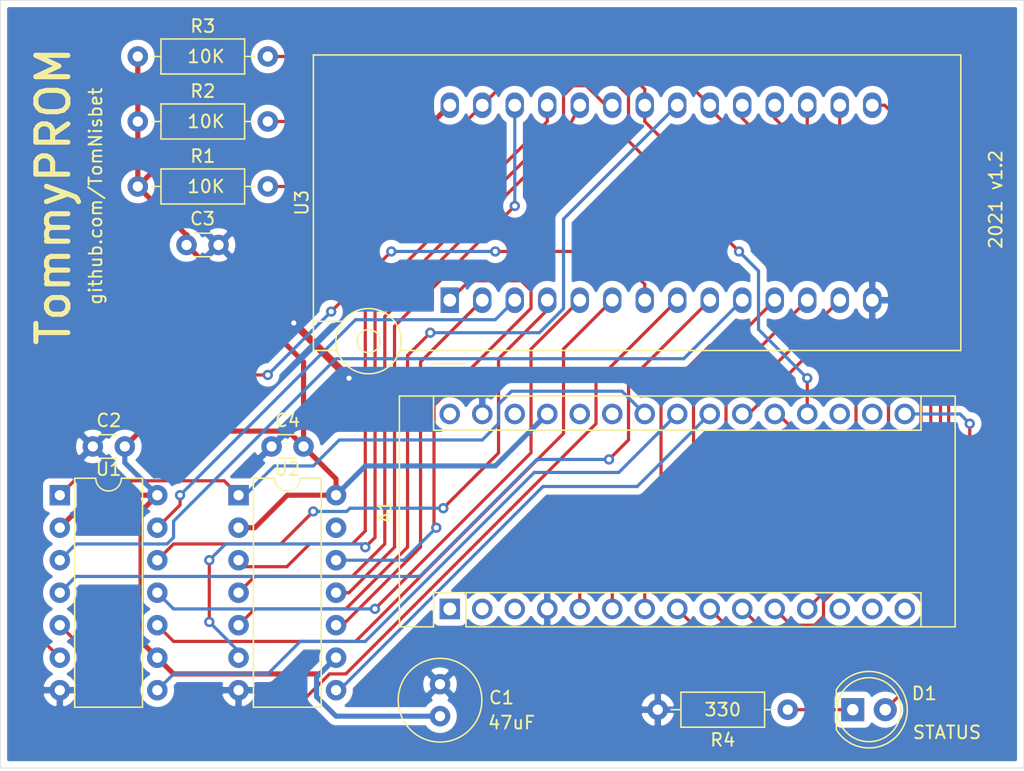
<source format=kicad_pcb>
(kicad_pcb (version 20171130) (host pcbnew "(5.1.9)-1")

  (general
    (thickness 1.6)
    (drawings 16)
    (tracks 293)
    (zones 0)
    (modules 13)
    (nets 47)
  )

  (page A4)
  (layers
    (0 F.Cu signal)
    (31 B.Cu signal)
    (36 B.SilkS user)
    (37 F.SilkS user)
    (38 B.Mask user)
    (39 F.Mask user)
    (40 Dwgs.User user)
    (41 Cmts.User user)
    (44 Edge.Cuts user)
    (45 Margin user)
    (46 B.CrtYd user)
    (47 F.CrtYd user)
    (48 B.Fab user)
    (49 F.Fab user)
  )

  (setup
    (last_trace_width 0.25)
    (user_trace_width 0.3)
    (user_trace_width 0.4)
    (user_trace_width 0.5)
    (user_trace_width 0.6)
    (trace_clearance 0.2)
    (zone_clearance 0.508)
    (zone_45_only no)
    (trace_min 0.2)
    (via_size 0.8)
    (via_drill 0.4)
    (via_min_size 0.4)
    (via_min_drill 0.3)
    (uvia_size 0.3)
    (uvia_drill 0.1)
    (uvias_allowed no)
    (uvia_min_size 0.2)
    (uvia_min_drill 0.1)
    (edge_width 0.05)
    (segment_width 0.2)
    (pcb_text_width 0.3)
    (pcb_text_size 1.5 1.5)
    (mod_edge_width 0.12)
    (mod_text_size 1 1)
    (mod_text_width 0.15)
    (pad_size 1.524 1.524)
    (pad_drill 0.762)
    (pad_to_mask_clearance 0.0508)
    (aux_axis_origin 0 0)
    (visible_elements 7FFFFFFF)
    (pcbplotparams
      (layerselection 0x010f0_ffffffff)
      (usegerberextensions true)
      (usegerberattributes false)
      (usegerberadvancedattributes false)
      (creategerberjobfile false)
      (excludeedgelayer true)
      (linewidth 0.150000)
      (plotframeref false)
      (viasonmask false)
      (mode 1)
      (useauxorigin false)
      (hpglpennumber 1)
      (hpglpenspeed 20)
      (hpglpendiameter 15.000000)
      (psnegative false)
      (psa4output false)
      (plotreference true)
      (plotvalue false)
      (plotinvisibletext false)
      (padsonsilk false)
      (subtractmaskfromsilk true)
      (outputformat 1)
      (mirror false)
      (drillshape 0)
      (scaleselection 1)
      (outputdirectory "./plot"))
  )

  (net 0 "")
  (net 1 "Net-(A1-Pad16)")
  (net 2 "Net-(A1-Pad15)")
  (net 3 "Net-(A1-Pad30)")
  (net 4 "Net-(A1-Pad14)")
  (net 5 GND)
  (net 6 "Net-(A1-Pad13)")
  (net 7 "Net-(A1-Pad28)")
  (net 8 /D7)
  (net 9 VCC)
  (net 10 /D6)
  (net 11 "Net-(A1-Pad26)")
  (net 12 /D5)
  (net 13 "Net-(A1-Pad25)")
  (net 14 /D4)
  (net 15 /AD-BIT)
  (net 16 /D3)
  (net 17 /CLK-LO)
  (net 18 /D2)
  (net 19 /CLK-HI)
  (net 20 /D1)
  (net 21 /OE)
  (net 22 /D0)
  (net 23 /CE)
  (net 24 /WE)
  (net 25 "Net-(A1-Pad3)")
  (net 26 "Net-(A1-Pad18)")
  (net 27 "Net-(A1-Pad2)")
  (net 28 "Net-(A1-Pad17)")
  (net 29 "Net-(A1-Pad1)")
  (net 30 "Net-(U2-Pad13)")
  (net 31 /A7)
  (net 32 /A3)
  (net 33 /A6)
  (net 34 /A2)
  (net 35 /A5)
  (net 36 /A1)
  (net 37 /A4)
  (net 38 /A0)
  (net 39 /A11)
  (net 40 /A14)
  (net 41 /A10)
  (net 42 /A13)
  (net 43 /A9)
  (net 44 /A12)
  (net 45 /A8)
  (net 46 "Net-(D1-Pad1)")

  (net_class Default "This is the default net class."
    (clearance 0.2)
    (trace_width 0.25)
    (via_dia 0.8)
    (via_drill 0.4)
    (uvia_dia 0.3)
    (uvia_drill 0.1)
    (add_net /A0)
    (add_net /A1)
    (add_net /A10)
    (add_net /A11)
    (add_net /A12)
    (add_net /A13)
    (add_net /A14)
    (add_net /A2)
    (add_net /A3)
    (add_net /A4)
    (add_net /A5)
    (add_net /A6)
    (add_net /A7)
    (add_net /A8)
    (add_net /A9)
    (add_net /AD-BIT)
    (add_net /CE)
    (add_net /CLK-HI)
    (add_net /CLK-LO)
    (add_net /D0)
    (add_net /D1)
    (add_net /D2)
    (add_net /D3)
    (add_net /D4)
    (add_net /D5)
    (add_net /D6)
    (add_net /D7)
    (add_net /OE)
    (add_net /WE)
    (add_net GND)
    (add_net "Net-(A1-Pad1)")
    (add_net "Net-(A1-Pad13)")
    (add_net "Net-(A1-Pad14)")
    (add_net "Net-(A1-Pad15)")
    (add_net "Net-(A1-Pad16)")
    (add_net "Net-(A1-Pad17)")
    (add_net "Net-(A1-Pad18)")
    (add_net "Net-(A1-Pad2)")
    (add_net "Net-(A1-Pad25)")
    (add_net "Net-(A1-Pad26)")
    (add_net "Net-(A1-Pad28)")
    (add_net "Net-(A1-Pad3)")
    (add_net "Net-(A1-Pad30)")
    (add_net "Net-(D1-Pad1)")
    (add_net "Net-(U2-Pad13)")
    (add_net VCC)
  )

  (module Capacitor_THT:C_Radial_D6.3mm_H11.0mm_P2.50mm (layer F.Cu) (tedit 5BC5C9B9) (tstamp 608F5C9F)
    (at 150.368 123.952 90)
    (descr "C, Radial series, Radial, pin pitch=2.50mm, diameter=6.3mm, height=11mm, Non-Polar Electrolytic Capacitor")
    (tags "C Radial series Radial pin pitch 2.50mm diameter 6.3mm height 11mm Non-Polar Electrolytic Capacitor")
    (path /6099F6C4)
    (fp_text reference C1 (at 1.444 4.806 180) (layer F.SilkS)
      (effects (font (size 1 1) (thickness 0.15)))
    )
    (fp_text value 47uF (at 3.302 8.636 180) (layer F.Fab)
      (effects (font (size 1 1) (thickness 0.15)))
    )
    (fp_circle (center 1.25 0) (end 4.65 0) (layer F.CrtYd) (width 0.05))
    (fp_circle (center 1.25 0) (end 4.52 0) (layer F.SilkS) (width 0.12))
    (fp_circle (center 1.25 0) (end 4.4 0) (layer F.Fab) (width 0.1))
    (fp_text user %R (at 3.302 4.826 180) (layer F.Fab)
      (effects (font (size 1 1) (thickness 0.15)))
    )
    (pad 2 thru_hole circle (at 2.5 0 90) (size 1.6 1.6) (drill 0.8) (layers *.Cu *.Mask)
      (net 5 GND))
    (pad 1 thru_hole circle (at 0 0 90) (size 1.6 1.6) (drill 0.8) (layers *.Cu *.Mask)
      (net 9 VCC))
    (model ${KISYS3DMOD}/Capacitor_THT.3dshapes/C_Radial_D6.3mm_H11.0mm_P2.50mm.wrl
      (at (xyz 0 0 0))
      (scale (xyz 1 1 1))
      (rotate (xyz 0 0 0))
    )
  )

  (module Resistor_THT:R_Axial_DIN0207_L6.3mm_D2.5mm_P10.16mm_Horizontal (layer F.Cu) (tedit 5AE5139B) (tstamp 608F5D42)
    (at 177.546 123.444 180)
    (descr "Resistor, Axial_DIN0207 series, Axial, Horizontal, pin pitch=10.16mm, 0.25W = 1/4W, length*diameter=6.3*2.5mm^2, http://cdn-reichelt.de/documents/datenblatt/B400/1_4W%23YAG.pdf")
    (tags "Resistor Axial_DIN0207 series Axial Horizontal pin pitch 10.16mm 0.25W = 1/4W length 6.3mm diameter 2.5mm")
    (path /6096899C)
    (fp_text reference R4 (at 5.08 -2.37) (layer F.SilkS)
      (effects (font (size 1 1) (thickness 0.15)))
    )
    (fp_text value 330 (at 5.334 2.794) (layer F.Fab)
      (effects (font (size 1 1) (thickness 0.15)))
    )
    (fp_line (start 1.93 -1.25) (end 1.93 1.25) (layer F.Fab) (width 0.1))
    (fp_line (start 1.93 1.25) (end 8.23 1.25) (layer F.Fab) (width 0.1))
    (fp_line (start 8.23 1.25) (end 8.23 -1.25) (layer F.Fab) (width 0.1))
    (fp_line (start 8.23 -1.25) (end 1.93 -1.25) (layer F.Fab) (width 0.1))
    (fp_line (start 0 0) (end 1.93 0) (layer F.Fab) (width 0.1))
    (fp_line (start 10.16 0) (end 8.23 0) (layer F.Fab) (width 0.1))
    (fp_line (start 1.81 -1.37) (end 1.81 1.37) (layer F.SilkS) (width 0.12))
    (fp_line (start 1.81 1.37) (end 8.35 1.37) (layer F.SilkS) (width 0.12))
    (fp_line (start 8.35 1.37) (end 8.35 -1.37) (layer F.SilkS) (width 0.12))
    (fp_line (start 8.35 -1.37) (end 1.81 -1.37) (layer F.SilkS) (width 0.12))
    (fp_line (start 1.04 0) (end 1.81 0) (layer F.SilkS) (width 0.12))
    (fp_line (start 9.12 0) (end 8.35 0) (layer F.SilkS) (width 0.12))
    (fp_line (start -1.05 -1.5) (end -1.05 1.5) (layer F.CrtYd) (width 0.05))
    (fp_line (start -1.05 1.5) (end 11.21 1.5) (layer F.CrtYd) (width 0.05))
    (fp_line (start 11.21 1.5) (end 11.21 -1.5) (layer F.CrtYd) (width 0.05))
    (fp_line (start 11.21 -1.5) (end -1.05 -1.5) (layer F.CrtYd) (width 0.05))
    (fp_text user %R (at 5.08 0) (layer F.Fab)
      (effects (font (size 1 1) (thickness 0.15)))
    )
    (pad 2 thru_hole oval (at 10.16 0 180) (size 1.6 1.6) (drill 0.8) (layers *.Cu *.Mask)
      (net 5 GND))
    (pad 1 thru_hole circle (at 0 0 180) (size 1.6 1.6) (drill 0.8) (layers *.Cu *.Mask)
      (net 46 "Net-(D1-Pad1)"))
    (model ${KISYS3DMOD}/Resistor_THT.3dshapes/R_Axial_DIN0207_L6.3mm_D2.5mm_P10.16mm_Horizontal.wrl
      (at (xyz 0 0 0))
      (scale (xyz 1 1 1))
      (rotate (xyz 0 0 0))
    )
  )

  (module Resistor_THT:R_Axial_DIN0207_L6.3mm_D2.5mm_P10.16mm_Horizontal (layer F.Cu) (tedit 5AE5139B) (tstamp 608F5D2F)
    (at 126.746 72.39)
    (descr "Resistor, Axial_DIN0207 series, Axial, Horizontal, pin pitch=10.16mm, 0.25W = 1/4W, length*diameter=6.3*2.5mm^2, http://cdn-reichelt.de/documents/datenblatt/B400/1_4W%23YAG.pdf")
    (tags "Resistor Axial_DIN0207 series Axial Horizontal pin pitch 10.16mm 0.25W = 1/4W length 6.3mm diameter 2.5mm")
    (path /608B68E4)
    (fp_text reference R3 (at 5.08 -2.37) (layer F.SilkS)
      (effects (font (size 1 1) (thickness 0.15)))
    )
    (fp_text value 10K (at 5.08 2.54) (layer F.Fab)
      (effects (font (size 1 1) (thickness 0.15)))
    )
    (fp_line (start 1.93 -1.25) (end 1.93 1.25) (layer F.Fab) (width 0.1))
    (fp_line (start 1.93 1.25) (end 8.23 1.25) (layer F.Fab) (width 0.1))
    (fp_line (start 8.23 1.25) (end 8.23 -1.25) (layer F.Fab) (width 0.1))
    (fp_line (start 8.23 -1.25) (end 1.93 -1.25) (layer F.Fab) (width 0.1))
    (fp_line (start 0 0) (end 1.93 0) (layer F.Fab) (width 0.1))
    (fp_line (start 10.16 0) (end 8.23 0) (layer F.Fab) (width 0.1))
    (fp_line (start 1.81 -1.37) (end 1.81 1.37) (layer F.SilkS) (width 0.12))
    (fp_line (start 1.81 1.37) (end 8.35 1.37) (layer F.SilkS) (width 0.12))
    (fp_line (start 8.35 1.37) (end 8.35 -1.37) (layer F.SilkS) (width 0.12))
    (fp_line (start 8.35 -1.37) (end 1.81 -1.37) (layer F.SilkS) (width 0.12))
    (fp_line (start 1.04 0) (end 1.81 0) (layer F.SilkS) (width 0.12))
    (fp_line (start 9.12 0) (end 8.35 0) (layer F.SilkS) (width 0.12))
    (fp_line (start -1.05 -1.5) (end -1.05 1.5) (layer F.CrtYd) (width 0.05))
    (fp_line (start -1.05 1.5) (end 11.21 1.5) (layer F.CrtYd) (width 0.05))
    (fp_line (start 11.21 1.5) (end 11.21 -1.5) (layer F.CrtYd) (width 0.05))
    (fp_line (start 11.21 -1.5) (end -1.05 -1.5) (layer F.CrtYd) (width 0.05))
    (fp_text user %R (at 5.08 0) (layer F.Fab)
      (effects (font (size 1 1) (thickness 0.15)))
    )
    (pad 2 thru_hole oval (at 10.16 0) (size 1.6 1.6) (drill 0.8) (layers *.Cu *.Mask)
      (net 23 /CE))
    (pad 1 thru_hole circle (at 0 0) (size 1.6 1.6) (drill 0.8) (layers *.Cu *.Mask)
      (net 9 VCC))
    (model ${KISYS3DMOD}/Resistor_THT.3dshapes/R_Axial_DIN0207_L6.3mm_D2.5mm_P10.16mm_Horizontal.wrl
      (at (xyz 0 0 0))
      (scale (xyz 1 1 1))
      (rotate (xyz 0 0 0))
    )
  )

  (module Resistor_THT:R_Axial_DIN0207_L6.3mm_D2.5mm_P10.16mm_Horizontal (layer F.Cu) (tedit 5AE5139B) (tstamp 608F5D1C)
    (at 126.746 77.47)
    (descr "Resistor, Axial_DIN0207 series, Axial, Horizontal, pin pitch=10.16mm, 0.25W = 1/4W, length*diameter=6.3*2.5mm^2, http://cdn-reichelt.de/documents/datenblatt/B400/1_4W%23YAG.pdf")
    (tags "Resistor Axial_DIN0207 series Axial Horizontal pin pitch 10.16mm 0.25W = 1/4W length 6.3mm diameter 2.5mm")
    (path /608B4927)
    (fp_text reference R2 (at 5.08 -2.37) (layer F.SilkS)
      (effects (font (size 1 1) (thickness 0.15)))
    )
    (fp_text value 10K (at 5.08 2.286) (layer F.Fab)
      (effects (font (size 1 1) (thickness 0.15)))
    )
    (fp_line (start 1.93 -1.25) (end 1.93 1.25) (layer F.Fab) (width 0.1))
    (fp_line (start 1.93 1.25) (end 8.23 1.25) (layer F.Fab) (width 0.1))
    (fp_line (start 8.23 1.25) (end 8.23 -1.25) (layer F.Fab) (width 0.1))
    (fp_line (start 8.23 -1.25) (end 1.93 -1.25) (layer F.Fab) (width 0.1))
    (fp_line (start 0 0) (end 1.93 0) (layer F.Fab) (width 0.1))
    (fp_line (start 10.16 0) (end 8.23 0) (layer F.Fab) (width 0.1))
    (fp_line (start 1.81 -1.37) (end 1.81 1.37) (layer F.SilkS) (width 0.12))
    (fp_line (start 1.81 1.37) (end 8.35 1.37) (layer F.SilkS) (width 0.12))
    (fp_line (start 8.35 1.37) (end 8.35 -1.37) (layer F.SilkS) (width 0.12))
    (fp_line (start 8.35 -1.37) (end 1.81 -1.37) (layer F.SilkS) (width 0.12))
    (fp_line (start 1.04 0) (end 1.81 0) (layer F.SilkS) (width 0.12))
    (fp_line (start 9.12 0) (end 8.35 0) (layer F.SilkS) (width 0.12))
    (fp_line (start -1.05 -1.5) (end -1.05 1.5) (layer F.CrtYd) (width 0.05))
    (fp_line (start -1.05 1.5) (end 11.21 1.5) (layer F.CrtYd) (width 0.05))
    (fp_line (start 11.21 1.5) (end 11.21 -1.5) (layer F.CrtYd) (width 0.05))
    (fp_line (start 11.21 -1.5) (end -1.05 -1.5) (layer F.CrtYd) (width 0.05))
    (fp_text user %R (at 5.08 0) (layer F.Fab)
      (effects (font (size 1 1) (thickness 0.15)))
    )
    (pad 2 thru_hole oval (at 10.16 0) (size 1.6 1.6) (drill 0.8) (layers *.Cu *.Mask)
      (net 21 /OE))
    (pad 1 thru_hole circle (at 0 0) (size 1.6 1.6) (drill 0.8) (layers *.Cu *.Mask)
      (net 9 VCC))
    (model ${KISYS3DMOD}/Resistor_THT.3dshapes/R_Axial_DIN0207_L6.3mm_D2.5mm_P10.16mm_Horizontal.wrl
      (at (xyz 0 0 0))
      (scale (xyz 1 1 1))
      (rotate (xyz 0 0 0))
    )
  )

  (module Resistor_THT:R_Axial_DIN0207_L6.3mm_D2.5mm_P10.16mm_Horizontal (layer F.Cu) (tedit 5AE5139B) (tstamp 608F8B11)
    (at 126.746 82.55)
    (descr "Resistor, Axial_DIN0207 series, Axial, Horizontal, pin pitch=10.16mm, 0.25W = 1/4W, length*diameter=6.3*2.5mm^2, http://cdn-reichelt.de/documents/datenblatt/B400/1_4W%23YAG.pdf")
    (tags "Resistor Axial_DIN0207 series Axial Horizontal pin pitch 10.16mm 0.25W = 1/4W length 6.3mm diameter 2.5mm")
    (path /608B3202)
    (fp_text reference R1 (at 5.08 -2.37) (layer F.SilkS)
      (effects (font (size 1 1) (thickness 0.15)))
    )
    (fp_text value 10K (at 5.08 2.286) (layer F.Fab)
      (effects (font (size 1 1) (thickness 0.15)))
    )
    (fp_line (start 1.93 -1.25) (end 1.93 1.25) (layer F.Fab) (width 0.1))
    (fp_line (start 1.93 1.25) (end 8.23 1.25) (layer F.Fab) (width 0.1))
    (fp_line (start 8.23 1.25) (end 8.23 -1.25) (layer F.Fab) (width 0.1))
    (fp_line (start 8.23 -1.25) (end 1.93 -1.25) (layer F.Fab) (width 0.1))
    (fp_line (start 0 0) (end 1.93 0) (layer F.Fab) (width 0.1))
    (fp_line (start 10.16 0) (end 8.23 0) (layer F.Fab) (width 0.1))
    (fp_line (start 1.81 -1.37) (end 1.81 1.37) (layer F.SilkS) (width 0.12))
    (fp_line (start 1.81 1.37) (end 8.35 1.37) (layer F.SilkS) (width 0.12))
    (fp_line (start 8.35 1.37) (end 8.35 -1.37) (layer F.SilkS) (width 0.12))
    (fp_line (start 8.35 -1.37) (end 1.81 -1.37) (layer F.SilkS) (width 0.12))
    (fp_line (start 1.04 0) (end 1.81 0) (layer F.SilkS) (width 0.12))
    (fp_line (start 9.12 0) (end 8.35 0) (layer F.SilkS) (width 0.12))
    (fp_line (start -1.05 -1.5) (end -1.05 1.5) (layer F.CrtYd) (width 0.05))
    (fp_line (start -1.05 1.5) (end 11.21 1.5) (layer F.CrtYd) (width 0.05))
    (fp_line (start 11.21 1.5) (end 11.21 -1.5) (layer F.CrtYd) (width 0.05))
    (fp_line (start 11.21 -1.5) (end -1.05 -1.5) (layer F.CrtYd) (width 0.05))
    (fp_text user %R (at 5.08 0) (layer F.Fab)
      (effects (font (size 1 1) (thickness 0.15)))
    )
    (pad 2 thru_hole oval (at 10.16 0) (size 1.6 1.6) (drill 0.8) (layers *.Cu *.Mask)
      (net 24 /WE))
    (pad 1 thru_hole circle (at 0 0) (size 1.6 1.6) (drill 0.8) (layers *.Cu *.Mask)
      (net 9 VCC))
    (model ${KISYS3DMOD}/Resistor_THT.3dshapes/R_Axial_DIN0207_L6.3mm_D2.5mm_P10.16mm_Horizontal.wrl
      (at (xyz 0 0 0))
      (scale (xyz 1 1 1))
      (rotate (xyz 0 0 0))
    )
  )

  (module Capacitor_THT:C_Disc_D3.0mm_W1.6mm_P2.50mm (layer F.Cu) (tedit 5AE50EF0) (tstamp 608F5CB6)
    (at 125.73 102.87 180)
    (descr "C, Disc series, Radial, pin pitch=2.50mm, , diameter*width=3.0*1.6mm^2, Capacitor, http://www.vishay.com/docs/45233/krseries.pdf")
    (tags "C Disc series Radial pin pitch 2.50mm  diameter 3.0mm width 1.6mm Capacitor")
    (path /609A8765)
    (fp_text reference C2 (at 1.25 2.032) (layer F.SilkS)
      (effects (font (size 1 1) (thickness 0.15)))
    )
    (fp_text value 0.1uF (at 1.25 2.05) (layer F.Fab)
      (effects (font (size 1 1) (thickness 0.15)))
    )
    (fp_line (start -0.25 -0.8) (end -0.25 0.8) (layer F.Fab) (width 0.1))
    (fp_line (start -0.25 0.8) (end 2.75 0.8) (layer F.Fab) (width 0.1))
    (fp_line (start 2.75 0.8) (end 2.75 -0.8) (layer F.Fab) (width 0.1))
    (fp_line (start 2.75 -0.8) (end -0.25 -0.8) (layer F.Fab) (width 0.1))
    (fp_line (start 0.621 -0.92) (end 1.879 -0.92) (layer F.SilkS) (width 0.12))
    (fp_line (start 0.621 0.92) (end 1.879 0.92) (layer F.SilkS) (width 0.12))
    (fp_line (start -1.05 -1.05) (end -1.05 1.05) (layer F.CrtYd) (width 0.05))
    (fp_line (start -1.05 1.05) (end 3.55 1.05) (layer F.CrtYd) (width 0.05))
    (fp_line (start 3.55 1.05) (end 3.55 -1.05) (layer F.CrtYd) (width 0.05))
    (fp_line (start 3.55 -1.05) (end -1.05 -1.05) (layer F.CrtYd) (width 0.05))
    (fp_text user %R (at 1.25 0) (layer F.Fab)
      (effects (font (size 0.6 0.6) (thickness 0.09)))
    )
    (pad 2 thru_hole circle (at 2.5 0 180) (size 1.6 1.6) (drill 0.8) (layers *.Cu *.Mask)
      (net 5 GND))
    (pad 1 thru_hole circle (at 0 0 180) (size 1.6 1.6) (drill 0.8) (layers *.Cu *.Mask)
      (net 9 VCC))
    (model ${KISYS3DMOD}/Capacitor_THT.3dshapes/C_Disc_D3.0mm_W1.6mm_P2.50mm.wrl
      (at (xyz 0 0 0))
      (scale (xyz 1 1 1))
      (rotate (xyz 0 0 0))
    )
  )

  (module Capacitor_THT:C_Disc_D3.0mm_W1.6mm_P2.50mm (layer F.Cu) (tedit 5AE50EF0) (tstamp 608F5CE4)
    (at 139.7 102.87 180)
    (descr "C, Disc series, Radial, pin pitch=2.50mm, , diameter*width=3.0*1.6mm^2, Capacitor, http://www.vishay.com/docs/45233/krseries.pdf")
    (tags "C Disc series Radial pin pitch 2.50mm  diameter 3.0mm width 1.6mm Capacitor")
    (path /609B3CE9)
    (fp_text reference C4 (at 1.25 2.032) (layer F.SilkS)
      (effects (font (size 1 1) (thickness 0.15)))
    )
    (fp_text value 0.1uF (at 1.25 2.05) (layer F.Fab)
      (effects (font (size 1 1) (thickness 0.15)))
    )
    (fp_line (start -0.25 -0.8) (end -0.25 0.8) (layer F.Fab) (width 0.1))
    (fp_line (start -0.25 0.8) (end 2.75 0.8) (layer F.Fab) (width 0.1))
    (fp_line (start 2.75 0.8) (end 2.75 -0.8) (layer F.Fab) (width 0.1))
    (fp_line (start 2.75 -0.8) (end -0.25 -0.8) (layer F.Fab) (width 0.1))
    (fp_line (start 0.621 -0.92) (end 1.879 -0.92) (layer F.SilkS) (width 0.12))
    (fp_line (start 0.621 0.92) (end 1.879 0.92) (layer F.SilkS) (width 0.12))
    (fp_line (start -1.05 -1.05) (end -1.05 1.05) (layer F.CrtYd) (width 0.05))
    (fp_line (start -1.05 1.05) (end 3.55 1.05) (layer F.CrtYd) (width 0.05))
    (fp_line (start 3.55 1.05) (end 3.55 -1.05) (layer F.CrtYd) (width 0.05))
    (fp_line (start 3.55 -1.05) (end -1.05 -1.05) (layer F.CrtYd) (width 0.05))
    (fp_text user %R (at 1.25 0) (layer F.Fab)
      (effects (font (size 0.6 0.6) (thickness 0.09)))
    )
    (pad 2 thru_hole circle (at 2.5 0 180) (size 1.6 1.6) (drill 0.8) (layers *.Cu *.Mask)
      (net 5 GND))
    (pad 1 thru_hole circle (at 0 0 180) (size 1.6 1.6) (drill 0.8) (layers *.Cu *.Mask)
      (net 9 VCC))
    (model ${KISYS3DMOD}/Capacitor_THT.3dshapes/C_Disc_D3.0mm_W1.6mm_P2.50mm.wrl
      (at (xyz 0 0 0))
      (scale (xyz 1 1 1))
      (rotate (xyz 0 0 0))
    )
  )

  (module Capacitor_THT:C_Disc_D3.0mm_W1.6mm_P2.50mm (layer F.Cu) (tedit 5AE50EF0) (tstamp 608F5CCD)
    (at 130.556 87.122)
    (descr "C, Disc series, Radial, pin pitch=2.50mm, , diameter*width=3.0*1.6mm^2, Capacitor, http://www.vishay.com/docs/45233/krseries.pdf")
    (tags "C Disc series Radial pin pitch 2.50mm  diameter 3.0mm width 1.6mm Capacitor")
    (path /609B347E)
    (fp_text reference C3 (at 1.25 -2.05) (layer F.SilkS)
      (effects (font (size 1 1) (thickness 0.15)))
    )
    (fp_text value 0.1uF (at 1.25 2.05) (layer F.Fab)
      (effects (font (size 1 1) (thickness 0.15)))
    )
    (fp_line (start -0.25 -0.8) (end -0.25 0.8) (layer F.Fab) (width 0.1))
    (fp_line (start -0.25 0.8) (end 2.75 0.8) (layer F.Fab) (width 0.1))
    (fp_line (start 2.75 0.8) (end 2.75 -0.8) (layer F.Fab) (width 0.1))
    (fp_line (start 2.75 -0.8) (end -0.25 -0.8) (layer F.Fab) (width 0.1))
    (fp_line (start 0.621 -0.92) (end 1.879 -0.92) (layer F.SilkS) (width 0.12))
    (fp_line (start 0.621 0.92) (end 1.879 0.92) (layer F.SilkS) (width 0.12))
    (fp_line (start -1.05 -1.05) (end -1.05 1.05) (layer F.CrtYd) (width 0.05))
    (fp_line (start -1.05 1.05) (end 3.55 1.05) (layer F.CrtYd) (width 0.05))
    (fp_line (start 3.55 1.05) (end 3.55 -1.05) (layer F.CrtYd) (width 0.05))
    (fp_line (start 3.55 -1.05) (end -1.05 -1.05) (layer F.CrtYd) (width 0.05))
    (fp_text user %R (at 0 0) (layer F.Fab)
      (effects (font (size 0.6 0.6) (thickness 0.09)))
    )
    (pad 2 thru_hole circle (at 2.5 0) (size 1.6 1.6) (drill 0.8) (layers *.Cu *.Mask)
      (net 5 GND))
    (pad 1 thru_hole circle (at 0 0) (size 1.6 1.6) (drill 0.8) (layers *.Cu *.Mask)
      (net 9 VCC))
    (model ${KISYS3DMOD}/Capacitor_THT.3dshapes/C_Disc_D3.0mm_W1.6mm_P2.50mm.wrl
      (at (xyz 0 0 0))
      (scale (xyz 1 1 1))
      (rotate (xyz 0 0 0))
    )
  )

  (module Socket:DIP_Socket-28_W11.9_W12.7_W15.24_W17.78_W18.5_3M_228-1277-00-0602J (layer F.Cu) (tedit 5AF5D4CC) (tstamp 608F7ADA)
    (at 151.13 91.44 90)
    (descr "3M 28-pin zero insertion force socket, through-hole, row spacing 15.24 mm (600 mils), http://multimedia.3m.com/mws/media/494546O/3mtm-dip-sockets-100-2-54-mm-ts0365.pdf")
    (tags "THT DIP DIL ZIF 15.24mm 600mil Socket")
    (path /607D18FC)
    (fp_text reference U3 (at 7.62 -11.56 90) (layer F.SilkS)
      (effects (font (size 1 1) (thickness 0.15)))
    )
    (fp_text value 28C256 (at 5.334 14.986 180) (layer F.Fab)
      (effects (font (size 1 1) (thickness 0.15)))
    )
    (fp_circle (center -3.2 -6.35) (end -0.65 -6.35) (layer F.SilkS) (width 0.12))
    (fp_circle (center -3.2 -6.35) (end -2.3 -6.35) (layer F.SilkS) (width 0.12))
    (fp_line (start -5.5 -23.36) (end 0.1 -23.36) (layer F.CrtYd) (width 0.05))
    (fp_line (start 0.1 -23.36) (end 0.1 -11.06) (layer F.CrtYd) (width 0.05))
    (fp_line (start 0.1 -11.06) (end 19.57 -11.06) (layer F.CrtYd) (width 0.05))
    (fp_line (start 19.57 -11.06) (end 19.57 40.34) (layer F.CrtYd) (width 0.05))
    (fp_line (start 19.57 40.34) (end -4.33 40.34) (layer F.CrtYd) (width 0.05))
    (fp_line (start -4.33 40.34) (end -4.33 -3.4) (layer F.CrtYd) (width 0.05))
    (fp_line (start -4.33 -3.4) (end -5.5 -3.4) (layer F.CrtYd) (width 0.05))
    (fp_line (start -5.5 -3.4) (end -5.5 -23.36) (layer F.CrtYd) (width 0.05))
    (fp_line (start -5 -21.46) (end -3.7 -22.86) (layer F.Fab) (width 0.1))
    (fp_line (start -3.7 -22.86) (end -1.7 -22.86) (layer F.Fab) (width 0.1))
    (fp_line (start -1.7 -22.86) (end -0.4 -21.46) (layer F.Fab) (width 0.1))
    (fp_line (start -0.4 -21.46) (end -5 -21.46) (layer F.Fab) (width 0.1))
    (fp_line (start -5 -21.46) (end -5 -17.86) (layer F.Fab) (width 0.1))
    (fp_line (start -5 -17.86) (end -0.4 -17.86) (layer F.Fab) (width 0.1))
    (fp_line (start -0.4 -17.86) (end -0.4 -21.46) (layer F.Fab) (width 0.1))
    (fp_line (start -5 -17.86) (end -3.5 -15.86) (layer F.Fab) (width 0.1))
    (fp_line (start -0.4 -17.86) (end -1.9 -15.86) (layer F.Fab) (width 0.1))
    (fp_line (start -3.5 -9.75) (end -3.5 -15.86) (layer F.Fab) (width 0.1))
    (fp_line (start -3.5 -15.86) (end -1.9 -15.86) (layer F.Fab) (width 0.1))
    (fp_line (start -1.9 -15.86) (end -1.9 -10.56) (layer F.Fab) (width 0.1))
    (fp_line (start 19.07 39.84) (end -3.83 39.84) (layer F.Fab) (width 0.1))
    (fp_line (start -3.83 39.84) (end -3.83 -9.4) (layer F.Fab) (width 0.1))
    (fp_line (start -3.83 -9.4) (end -2.85 -10.56) (layer F.Fab) (width 0.1))
    (fp_line (start -2.85 -10.56) (end 19.07 -10.56) (layer F.Fab) (width 0.1))
    (fp_line (start 19.07 -10.56) (end 19.07 39.84) (layer F.Fab) (width 0.1))
    (fp_line (start -3.93 -3.9) (end -3.93 39.94) (layer F.SilkS) (width 0.12))
    (fp_line (start -3.93 39.94) (end 19.17 39.94) (layer F.SilkS) (width 0.12))
    (fp_line (start 19.17 39.94) (end 19.17 -10.66) (layer F.SilkS) (width 0.12))
    (fp_line (start 19.17 -10.66) (end -3.93 -10.66) (layer F.SilkS) (width 0.12))
    (fp_line (start -3.93 -10.66) (end -3.93 -8.8) (layer F.SilkS) (width 0.12))
    (fp_line (start -1.65 -10.66) (end -1.65 -8.4) (layer F.SilkS) (width 0.12))
    (fp_line (start -4.95 1.27) (end -4.95 -1.27) (layer F.SilkS) (width 0.12))
    (fp_text user %R (at 7.366 14.986 180) (layer F.Fab)
      (effects (font (size 1 1) (thickness 0.15)))
    )
    (pad 15 thru_hole oval (at 15.24 33.02 90) (size 2 1.44) (drill 1) (layers *.Cu *.Mask)
      (net 16 /D3))
    (pad 14 thru_hole oval (at 0 33.02 90) (size 2 1.44) (drill 1) (layers *.Cu *.Mask)
      (net 5 GND))
    (pad 16 thru_hole oval (at 15.24 30.48 90) (size 2 1.44) (drill 1) (layers *.Cu *.Mask)
      (net 14 /D4))
    (pad 13 thru_hole oval (at 0 30.48 90) (size 2 1.44) (drill 1) (layers *.Cu *.Mask)
      (net 18 /D2))
    (pad 17 thru_hole oval (at 15.24 27.94 90) (size 2 1.44) (drill 1) (layers *.Cu *.Mask)
      (net 12 /D5))
    (pad 12 thru_hole oval (at 0 27.94 90) (size 2 1.44) (drill 1) (layers *.Cu *.Mask)
      (net 20 /D1))
    (pad 18 thru_hole oval (at 15.24 25.4 90) (size 2 1.44) (drill 1) (layers *.Cu *.Mask)
      (net 10 /D6))
    (pad 11 thru_hole oval (at 0 25.4 90) (size 2 1.44) (drill 1) (layers *.Cu *.Mask)
      (net 22 /D0))
    (pad 19 thru_hole oval (at 15.24 22.86 90) (size 2 1.44) (drill 1) (layers *.Cu *.Mask)
      (net 8 /D7))
    (pad 10 thru_hole oval (at 0 22.86 90) (size 2 1.44) (drill 1) (layers *.Cu *.Mask)
      (net 38 /A0))
    (pad 20 thru_hole oval (at 15.24 20.32 90) (size 2 1.44) (drill 1) (layers *.Cu *.Mask)
      (net 23 /CE))
    (pad 9 thru_hole oval (at 0 20.32 90) (size 2 1.44) (drill 1) (layers *.Cu *.Mask)
      (net 36 /A1))
    (pad 21 thru_hole oval (at 15.24 17.78 90) (size 2 1.44) (drill 1) (layers *.Cu *.Mask)
      (net 41 /A10))
    (pad 8 thru_hole oval (at 0 17.78 90) (size 2 1.44) (drill 1) (layers *.Cu *.Mask)
      (net 34 /A2))
    (pad 22 thru_hole oval (at 15.24 15.24 90) (size 2 1.44) (drill 1) (layers *.Cu *.Mask)
      (net 21 /OE))
    (pad 7 thru_hole oval (at 0 15.24 90) (size 2 1.44) (drill 1) (layers *.Cu *.Mask)
      (net 32 /A3))
    (pad 23 thru_hole oval (at 15.24 12.7 90) (size 2 1.44) (drill 1) (layers *.Cu *.Mask)
      (net 39 /A11))
    (pad 6 thru_hole oval (at 0 12.7 90) (size 2 1.44) (drill 1) (layers *.Cu *.Mask)
      (net 37 /A4))
    (pad 24 thru_hole oval (at 15.24 10.16 90) (size 2 1.44) (drill 1) (layers *.Cu *.Mask)
      (net 43 /A9))
    (pad 5 thru_hole oval (at 0 10.16 90) (size 2 1.44) (drill 1) (layers *.Cu *.Mask)
      (net 35 /A5))
    (pad 25 thru_hole oval (at 15.24 7.62 90) (size 2 1.44) (drill 1) (layers *.Cu *.Mask)
      (net 45 /A8))
    (pad 4 thru_hole oval (at 0 7.62 90) (size 2 1.44) (drill 1) (layers *.Cu *.Mask)
      (net 33 /A6))
    (pad 26 thru_hole oval (at 15.24 5.08 90) (size 2 1.44) (drill 1) (layers *.Cu *.Mask)
      (net 42 /A13))
    (pad 3 thru_hole oval (at 0 5.08 90) (size 2 1.44) (drill 1) (layers *.Cu *.Mask)
      (net 31 /A7))
    (pad 27 thru_hole oval (at 15.24 2.54 90) (size 2 1.44) (drill 1) (layers *.Cu *.Mask)
      (net 24 /WE))
    (pad 2 thru_hole oval (at 0 2.54 90) (size 2 1.44) (drill 1) (layers *.Cu *.Mask)
      (net 44 /A12))
    (pad 28 thru_hole oval (at 15.24 0 90) (size 2 1.44) (drill 1) (layers *.Cu *.Mask)
      (net 9 VCC))
    (pad 1 thru_hole rect (at 0 0 90) (size 2 1.44) (drill 1) (layers *.Cu *.Mask)
      (net 40 /A14))
    (model ${KISYS3DMOD}/Socket.3dshapes/DIP_Socket-28_W11.9_W12.7_W15.24_W17.78_W18.5_3M_228-1277-00-0602J.wrl
      (at (xyz 0 0 0))
      (scale (xyz 1 1 1))
      (rotate (xyz 0 0 0))
    )
  )

  (module Package_DIP:DIP-14_W7.62mm (layer F.Cu) (tedit 5A02E8C5) (tstamp 608F5D86)
    (at 134.62 106.68)
    (descr "14-lead though-hole mounted DIP package, row spacing 7.62 mm (300 mils)")
    (tags "THT DIP DIL PDIP 2.54mm 7.62mm 300mil")
    (path /607D08C8)
    (fp_text reference U2 (at 3.81 -2.032) (layer F.SilkS)
      (effects (font (size 1 1) (thickness 0.15)))
    )
    (fp_text value 74HCT164 (at 3.81 17.57) (layer F.Fab)
      (effects (font (size 1 1) (thickness 0.15)))
    )
    (fp_line (start 1.635 -1.27) (end 6.985 -1.27) (layer F.Fab) (width 0.1))
    (fp_line (start 6.985 -1.27) (end 6.985 16.51) (layer F.Fab) (width 0.1))
    (fp_line (start 6.985 16.51) (end 0.635 16.51) (layer F.Fab) (width 0.1))
    (fp_line (start 0.635 16.51) (end 0.635 -0.27) (layer F.Fab) (width 0.1))
    (fp_line (start 0.635 -0.27) (end 1.635 -1.27) (layer F.Fab) (width 0.1))
    (fp_line (start 2.81 -1.33) (end 1.16 -1.33) (layer F.SilkS) (width 0.12))
    (fp_line (start 1.16 -1.33) (end 1.16 16.57) (layer F.SilkS) (width 0.12))
    (fp_line (start 1.16 16.57) (end 6.46 16.57) (layer F.SilkS) (width 0.12))
    (fp_line (start 6.46 16.57) (end 6.46 -1.33) (layer F.SilkS) (width 0.12))
    (fp_line (start 6.46 -1.33) (end 4.81 -1.33) (layer F.SilkS) (width 0.12))
    (fp_line (start -1.1 -1.55) (end -1.1 16.8) (layer F.CrtYd) (width 0.05))
    (fp_line (start -1.1 16.8) (end 8.7 16.8) (layer F.CrtYd) (width 0.05))
    (fp_line (start 8.7 16.8) (end 8.7 -1.55) (layer F.CrtYd) (width 0.05))
    (fp_line (start 8.7 -1.55) (end -1.1 -1.55) (layer F.CrtYd) (width 0.05))
    (fp_text user %R (at 3.81 7.62) (layer F.Fab)
      (effects (font (size 1 1) (thickness 0.15)))
    )
    (fp_arc (start 3.81 -1.33) (end 2.81 -1.33) (angle -180) (layer F.SilkS) (width 0.12))
    (pad 14 thru_hole oval (at 7.62 0) (size 1.6 1.6) (drill 0.8) (layers *.Cu *.Mask)
      (net 9 VCC))
    (pad 7 thru_hole oval (at 0 15.24) (size 1.6 1.6) (drill 0.8) (layers *.Cu *.Mask)
      (net 5 GND))
    (pad 13 thru_hole oval (at 7.62 2.54) (size 1.6 1.6) (drill 0.8) (layers *.Cu *.Mask)
      (net 30 "Net-(U2-Pad13)"))
    (pad 6 thru_hole oval (at 0 12.7) (size 1.6 1.6) (drill 0.8) (layers *.Cu *.Mask)
      (net 39 /A11))
    (pad 12 thru_hole oval (at 7.62 5.08) (size 1.6 1.6) (drill 0.8) (layers *.Cu *.Mask)
      (net 40 /A14))
    (pad 5 thru_hole oval (at 0 10.16) (size 1.6 1.6) (drill 0.8) (layers *.Cu *.Mask)
      (net 41 /A10))
    (pad 11 thru_hole oval (at 7.62 7.62) (size 1.6 1.6) (drill 0.8) (layers *.Cu *.Mask)
      (net 42 /A13))
    (pad 4 thru_hole oval (at 0 7.62) (size 1.6 1.6) (drill 0.8) (layers *.Cu *.Mask)
      (net 43 /A9))
    (pad 10 thru_hole oval (at 7.62 10.16) (size 1.6 1.6) (drill 0.8) (layers *.Cu *.Mask)
      (net 44 /A12))
    (pad 3 thru_hole oval (at 0 5.08) (size 1.6 1.6) (drill 0.8) (layers *.Cu *.Mask)
      (net 45 /A8))
    (pad 9 thru_hole oval (at 7.62 12.7) (size 1.6 1.6) (drill 0.8) (layers *.Cu *.Mask)
      (net 9 VCC))
    (pad 2 thru_hole oval (at 0 2.54) (size 1.6 1.6) (drill 0.8) (layers *.Cu *.Mask)
      (net 9 VCC))
    (pad 8 thru_hole oval (at 7.62 15.24) (size 1.6 1.6) (drill 0.8) (layers *.Cu *.Mask)
      (net 19 /CLK-HI))
    (pad 1 thru_hole rect (at 0 0) (size 1.6 1.6) (drill 0.8) (layers *.Cu *.Mask)
      (net 15 /AD-BIT))
    (model ${KISYS3DMOD}/Package_DIP.3dshapes/DIP-14_W7.62mm.wrl
      (at (xyz 0 0 0))
      (scale (xyz 1 1 1))
      (rotate (xyz 0 0 0))
    )
  )

  (module Package_DIP:DIP-14_W7.62mm (layer F.Cu) (tedit 5A02E8C5) (tstamp 608F5D64)
    (at 120.65 106.68)
    (descr "14-lead though-hole mounted DIP package, row spacing 7.62 mm (300 mils)")
    (tags "THT DIP DIL PDIP 2.54mm 7.62mm 300mil")
    (path /607CEBFA)
    (fp_text reference U1 (at 3.81 -2.032) (layer F.SilkS)
      (effects (font (size 1 1) (thickness 0.15)))
    )
    (fp_text value 74HCT164 (at 3.81 17.57) (layer F.Fab)
      (effects (font (size 1 1) (thickness 0.15)))
    )
    (fp_line (start 1.635 -1.27) (end 6.985 -1.27) (layer F.Fab) (width 0.1))
    (fp_line (start 6.985 -1.27) (end 6.985 16.51) (layer F.Fab) (width 0.1))
    (fp_line (start 6.985 16.51) (end 0.635 16.51) (layer F.Fab) (width 0.1))
    (fp_line (start 0.635 16.51) (end 0.635 -0.27) (layer F.Fab) (width 0.1))
    (fp_line (start 0.635 -0.27) (end 1.635 -1.27) (layer F.Fab) (width 0.1))
    (fp_line (start 2.81 -1.33) (end 1.16 -1.33) (layer F.SilkS) (width 0.12))
    (fp_line (start 1.16 -1.33) (end 1.16 16.57) (layer F.SilkS) (width 0.12))
    (fp_line (start 1.16 16.57) (end 6.46 16.57) (layer F.SilkS) (width 0.12))
    (fp_line (start 6.46 16.57) (end 6.46 -1.33) (layer F.SilkS) (width 0.12))
    (fp_line (start 6.46 -1.33) (end 4.81 -1.33) (layer F.SilkS) (width 0.12))
    (fp_line (start -1.1 -1.55) (end -1.1 16.8) (layer F.CrtYd) (width 0.05))
    (fp_line (start -1.1 16.8) (end 8.7 16.8) (layer F.CrtYd) (width 0.05))
    (fp_line (start 8.7 16.8) (end 8.7 -1.55) (layer F.CrtYd) (width 0.05))
    (fp_line (start 8.7 -1.55) (end -1.1 -1.55) (layer F.CrtYd) (width 0.05))
    (fp_text user %R (at 3.81 7.62) (layer F.Fab)
      (effects (font (size 1 1) (thickness 0.15)))
    )
    (fp_arc (start 3.81 -1.33) (end 2.81 -1.33) (angle -180) (layer F.SilkS) (width 0.12))
    (pad 14 thru_hole oval (at 7.62 0) (size 1.6 1.6) (drill 0.8) (layers *.Cu *.Mask)
      (net 9 VCC))
    (pad 7 thru_hole oval (at 0 15.24) (size 1.6 1.6) (drill 0.8) (layers *.Cu *.Mask)
      (net 5 GND))
    (pad 13 thru_hole oval (at 7.62 2.54) (size 1.6 1.6) (drill 0.8) (layers *.Cu *.Mask)
      (net 31 /A7))
    (pad 6 thru_hole oval (at 0 12.7) (size 1.6 1.6) (drill 0.8) (layers *.Cu *.Mask)
      (net 32 /A3))
    (pad 12 thru_hole oval (at 7.62 5.08) (size 1.6 1.6) (drill 0.8) (layers *.Cu *.Mask)
      (net 33 /A6))
    (pad 5 thru_hole oval (at 0 10.16) (size 1.6 1.6) (drill 0.8) (layers *.Cu *.Mask)
      (net 34 /A2))
    (pad 11 thru_hole oval (at 7.62 7.62) (size 1.6 1.6) (drill 0.8) (layers *.Cu *.Mask)
      (net 35 /A5))
    (pad 4 thru_hole oval (at 0 7.62) (size 1.6 1.6) (drill 0.8) (layers *.Cu *.Mask)
      (net 36 /A1))
    (pad 10 thru_hole oval (at 7.62 10.16) (size 1.6 1.6) (drill 0.8) (layers *.Cu *.Mask)
      (net 37 /A4))
    (pad 3 thru_hole oval (at 0 5.08) (size 1.6 1.6) (drill 0.8) (layers *.Cu *.Mask)
      (net 38 /A0))
    (pad 9 thru_hole oval (at 7.62 12.7) (size 1.6 1.6) (drill 0.8) (layers *.Cu *.Mask)
      (net 9 VCC))
    (pad 2 thru_hole oval (at 0 2.54) (size 1.6 1.6) (drill 0.8) (layers *.Cu *.Mask)
      (net 9 VCC))
    (pad 8 thru_hole oval (at 7.62 15.24) (size 1.6 1.6) (drill 0.8) (layers *.Cu *.Mask)
      (net 17 /CLK-LO))
    (pad 1 thru_hole rect (at 0 0) (size 1.6 1.6) (drill 0.8) (layers *.Cu *.Mask)
      (net 15 /AD-BIT))
    (model ${KISYS3DMOD}/Package_DIP.3dshapes/DIP-14_W7.62mm.wrl
      (at (xyz 0 0 0))
      (scale (xyz 1 1 1))
      (rotate (xyz 0 0 0))
    )
  )

  (module LED_THT:LED_D5.0mm (layer F.Cu) (tedit 5995936A) (tstamp 608F5CF6)
    (at 182.626 123.444)
    (descr "LED, diameter 5.0mm, 2 pins, http://cdn-reichelt.de/documents/datenblatt/A500/LL-504BC2E-009.pdf")
    (tags "LED diameter 5.0mm 2 pins")
    (path /60968400)
    (fp_text reference D1 (at 5.588 -1.27) (layer F.SilkS)
      (effects (font (size 1 1) (thickness 0.15)))
    )
    (fp_text value STATUS (at 1.27 3.96) (layer F.Fab)
      (effects (font (size 1 1) (thickness 0.15)))
    )
    (fp_circle (center 1.27 0) (end 3.77 0) (layer F.Fab) (width 0.1))
    (fp_circle (center 1.27 0) (end 3.77 0) (layer F.SilkS) (width 0.12))
    (fp_line (start -1.23 -1.469694) (end -1.23 1.469694) (layer F.Fab) (width 0.1))
    (fp_line (start -1.29 -1.545) (end -1.29 1.545) (layer F.SilkS) (width 0.12))
    (fp_line (start -1.95 -3.25) (end -1.95 3.25) (layer F.CrtYd) (width 0.05))
    (fp_line (start -1.95 3.25) (end 4.5 3.25) (layer F.CrtYd) (width 0.05))
    (fp_line (start 4.5 3.25) (end 4.5 -3.25) (layer F.CrtYd) (width 0.05))
    (fp_line (start 4.5 -3.25) (end -1.95 -3.25) (layer F.CrtYd) (width 0.05))
    (fp_text user %R (at 1.27 -4.064) (layer F.Fab)
      (effects (font (size 1 1) (thickness 0.15)))
    )
    (fp_arc (start 1.27 0) (end -1.29 1.54483) (angle -148.9) (layer F.SilkS) (width 0.12))
    (fp_arc (start 1.27 0) (end -1.29 -1.54483) (angle 148.9) (layer F.SilkS) (width 0.12))
    (fp_arc (start 1.27 0) (end -1.23 -1.469694) (angle 299.1) (layer F.Fab) (width 0.1))
    (pad 2 thru_hole circle (at 2.54 0) (size 1.8 1.8) (drill 0.9) (layers *.Cu *.Mask)
      (net 1 "Net-(A1-Pad16)"))
    (pad 1 thru_hole rect (at 0 0) (size 1.8 1.8) (drill 0.9) (layers *.Cu *.Mask)
      (net 46 "Net-(D1-Pad1)"))
    (model ${KISYS3DMOD}/LED_THT.3dshapes/LED_D5.0mm.wrl
      (at (xyz 0 0 0))
      (scale (xyz 1 1 1))
      (rotate (xyz 0 0 0))
    )
  )

  (module Module:Arduino_Nano (layer F.Cu) (tedit 58ACAF70) (tstamp 608F5C33)
    (at 151.13 115.57 90)
    (descr "Arduino Nano, http://www.mouser.com/pdfdocs/Gravitech_Arduino_Nano3_0.pdf")
    (tags "Arduino Nano")
    (path /607CB85C)
    (fp_text reference A1 (at 7.62 -5.08 90) (layer F.SilkS)
      (effects (font (size 1 1) (thickness 0.15)))
    )
    (fp_text value Arduino_Nano_v3.x (at 8.89 19.05) (layer F.Fab)
      (effects (font (size 1 1) (thickness 0.15)))
    )
    (fp_line (start 1.27 1.27) (end 1.27 -1.27) (layer F.SilkS) (width 0.12))
    (fp_line (start 1.27 -1.27) (end -1.4 -1.27) (layer F.SilkS) (width 0.12))
    (fp_line (start -1.4 1.27) (end -1.4 39.5) (layer F.SilkS) (width 0.12))
    (fp_line (start -1.4 -3.94) (end -1.4 -1.27) (layer F.SilkS) (width 0.12))
    (fp_line (start 13.97 -1.27) (end 16.64 -1.27) (layer F.SilkS) (width 0.12))
    (fp_line (start 13.97 -1.27) (end 13.97 36.83) (layer F.SilkS) (width 0.12))
    (fp_line (start 13.97 36.83) (end 16.64 36.83) (layer F.SilkS) (width 0.12))
    (fp_line (start 1.27 1.27) (end -1.4 1.27) (layer F.SilkS) (width 0.12))
    (fp_line (start 1.27 1.27) (end 1.27 36.83) (layer F.SilkS) (width 0.12))
    (fp_line (start 1.27 36.83) (end -1.4 36.83) (layer F.SilkS) (width 0.12))
    (fp_line (start 3.81 31.75) (end 11.43 31.75) (layer F.Fab) (width 0.1))
    (fp_line (start 11.43 31.75) (end 11.43 41.91) (layer F.Fab) (width 0.1))
    (fp_line (start 11.43 41.91) (end 3.81 41.91) (layer F.Fab) (width 0.1))
    (fp_line (start 3.81 41.91) (end 3.81 31.75) (layer F.Fab) (width 0.1))
    (fp_line (start -1.4 39.5) (end 16.64 39.5) (layer F.SilkS) (width 0.12))
    (fp_line (start 16.64 39.5) (end 16.64 -3.94) (layer F.SilkS) (width 0.12))
    (fp_line (start 16.64 -3.94) (end -1.4 -3.94) (layer F.SilkS) (width 0.12))
    (fp_line (start 16.51 39.37) (end -1.27 39.37) (layer F.Fab) (width 0.1))
    (fp_line (start -1.27 39.37) (end -1.27 -2.54) (layer F.Fab) (width 0.1))
    (fp_line (start -1.27 -2.54) (end 0 -3.81) (layer F.Fab) (width 0.1))
    (fp_line (start 0 -3.81) (end 16.51 -3.81) (layer F.Fab) (width 0.1))
    (fp_line (start 16.51 -3.81) (end 16.51 39.37) (layer F.Fab) (width 0.1))
    (fp_line (start -1.53 -4.06) (end 16.75 -4.06) (layer F.CrtYd) (width 0.05))
    (fp_line (start -1.53 -4.06) (end -1.53 42.16) (layer F.CrtYd) (width 0.05))
    (fp_line (start 16.75 42.16) (end 16.75 -4.06) (layer F.CrtYd) (width 0.05))
    (fp_line (start 16.75 42.16) (end -1.53 42.16) (layer F.CrtYd) (width 0.05))
    (fp_text user %R (at 6.35 19.05) (layer F.Fab)
      (effects (font (size 1 1) (thickness 0.15)))
    )
    (pad 16 thru_hole oval (at 15.24 35.56 90) (size 1.6 1.6) (drill 1) (layers *.Cu *.Mask)
      (net 1 "Net-(A1-Pad16)"))
    (pad 15 thru_hole oval (at 0 35.56 90) (size 1.6 1.6) (drill 1) (layers *.Cu *.Mask)
      (net 2 "Net-(A1-Pad15)"))
    (pad 30 thru_hole oval (at 15.24 0 90) (size 1.6 1.6) (drill 1) (layers *.Cu *.Mask)
      (net 3 "Net-(A1-Pad30)"))
    (pad 14 thru_hole oval (at 0 33.02 90) (size 1.6 1.6) (drill 1) (layers *.Cu *.Mask)
      (net 4 "Net-(A1-Pad14)"))
    (pad 29 thru_hole oval (at 15.24 2.54 90) (size 1.6 1.6) (drill 1) (layers *.Cu *.Mask)
      (net 5 GND))
    (pad 13 thru_hole oval (at 0 30.48 90) (size 1.6 1.6) (drill 1) (layers *.Cu *.Mask)
      (net 6 "Net-(A1-Pad13)"))
    (pad 28 thru_hole oval (at 15.24 5.08 90) (size 1.6 1.6) (drill 1) (layers *.Cu *.Mask)
      (net 7 "Net-(A1-Pad28)"))
    (pad 12 thru_hole oval (at 0 27.94 90) (size 1.6 1.6) (drill 1) (layers *.Cu *.Mask)
      (net 8 /D7))
    (pad 27 thru_hole oval (at 15.24 7.62 90) (size 1.6 1.6) (drill 1) (layers *.Cu *.Mask)
      (net 9 VCC))
    (pad 11 thru_hole oval (at 0 25.4 90) (size 1.6 1.6) (drill 1) (layers *.Cu *.Mask)
      (net 10 /D6))
    (pad 26 thru_hole oval (at 15.24 10.16 90) (size 1.6 1.6) (drill 1) (layers *.Cu *.Mask)
      (net 11 "Net-(A1-Pad26)"))
    (pad 10 thru_hole oval (at 0 22.86 90) (size 1.6 1.6) (drill 1) (layers *.Cu *.Mask)
      (net 12 /D5))
    (pad 25 thru_hole oval (at 15.24 12.7 90) (size 1.6 1.6) (drill 1) (layers *.Cu *.Mask)
      (net 13 "Net-(A1-Pad25)"))
    (pad 9 thru_hole oval (at 0 20.32 90) (size 1.6 1.6) (drill 1) (layers *.Cu *.Mask)
      (net 14 /D4))
    (pad 24 thru_hole oval (at 15.24 15.24 90) (size 1.6 1.6) (drill 1) (layers *.Cu *.Mask)
      (net 15 /AD-BIT))
    (pad 8 thru_hole oval (at 0 17.78 90) (size 1.6 1.6) (drill 1) (layers *.Cu *.Mask)
      (net 16 /D3))
    (pad 23 thru_hole oval (at 15.24 17.78 90) (size 1.6 1.6) (drill 1) (layers *.Cu *.Mask)
      (net 17 /CLK-LO))
    (pad 7 thru_hole oval (at 0 15.24 90) (size 1.6 1.6) (drill 1) (layers *.Cu *.Mask)
      (net 18 /D2))
    (pad 22 thru_hole oval (at 15.24 20.32 90) (size 1.6 1.6) (drill 1) (layers *.Cu *.Mask)
      (net 19 /CLK-HI))
    (pad 6 thru_hole oval (at 0 12.7 90) (size 1.6 1.6) (drill 1) (layers *.Cu *.Mask)
      (net 20 /D1))
    (pad 21 thru_hole oval (at 15.24 22.86 90) (size 1.6 1.6) (drill 1) (layers *.Cu *.Mask)
      (net 21 /OE))
    (pad 5 thru_hole oval (at 0 10.16 90) (size 1.6 1.6) (drill 1) (layers *.Cu *.Mask)
      (net 22 /D0))
    (pad 20 thru_hole oval (at 15.24 25.4 90) (size 1.6 1.6) (drill 1) (layers *.Cu *.Mask)
      (net 23 /CE))
    (pad 4 thru_hole oval (at 0 7.62 90) (size 1.6 1.6) (drill 1) (layers *.Cu *.Mask)
      (net 5 GND))
    (pad 19 thru_hole oval (at 15.24 27.94 90) (size 1.6 1.6) (drill 1) (layers *.Cu *.Mask)
      (net 24 /WE))
    (pad 3 thru_hole oval (at 0 5.08 90) (size 1.6 1.6) (drill 1) (layers *.Cu *.Mask)
      (net 25 "Net-(A1-Pad3)"))
    (pad 18 thru_hole oval (at 15.24 30.48 90) (size 1.6 1.6) (drill 1) (layers *.Cu *.Mask)
      (net 26 "Net-(A1-Pad18)"))
    (pad 2 thru_hole oval (at 0 2.54 90) (size 1.6 1.6) (drill 1) (layers *.Cu *.Mask)
      (net 27 "Net-(A1-Pad2)"))
    (pad 17 thru_hole oval (at 15.24 33.02 90) (size 1.6 1.6) (drill 1) (layers *.Cu *.Mask)
      (net 28 "Net-(A1-Pad17)"))
    (pad 1 thru_hole rect (at 0 0 90) (size 1.6 1.6) (drill 1) (layers *.Cu *.Mask)
      (net 29 "Net-(A1-Pad1)"))
    (model ${KISYS3DMOD}/Module.3dshapes/Arduino_Nano_WithMountingHoles.wrl
      (at (xyz 0 0 0))
      (scale (xyz 1 1 1))
      (rotate (xyz 0 0 0))
    )
  )

  (gr_text 47uF (at 155.956 124.46) (layer F.SilkS)
    (effects (font (size 1 1) (thickness 0.15)))
  )
  (gr_text 330 (at 172.466 123.444) (layer F.SilkS)
    (effects (font (size 1 1) (thickness 0.15)))
  )
  (gr_text 10K (at 132.08 82.55) (layer F.SilkS) (tstamp 609584F9)
    (effects (font (size 1 1) (thickness 0.15)))
  )
  (gr_text 10K (at 132.08 77.47) (layer F.SilkS) (tstamp 6095849E)
    (effects (font (size 1 1) (thickness 0.15)))
  )
  (gr_text 10K (at 132.08 72.39) (layer F.SilkS)
    (effects (font (size 1 1) (thickness 0.15)))
  )
  (gr_text STATUS (at 189.992 125.222) (layer F.SilkS)
    (effects (font (size 1 1) (thickness 0.15)))
  )
  (gr_line (start 116 128) (end 117 128) (layer Edge.Cuts) (width 0.05) (tstamp 60930BF5))
  (gr_line (start 116 68) (end 117 68) (layer Edge.Cuts) (width 0.05) (tstamp 60930BF4))
  (gr_text github.com/TomNisbet (at 123.444 83.312 90) (layer F.SilkS)
    (effects (font (size 1 1) (thickness 0.15)))
  )
  (gr_text "2021 v1.2" (at 193.802 83.566 90) (layer F.SilkS)
    (effects (font (size 1 1) (thickness 0.15)))
  )
  (gr_text TommyPROM (at 120.142 83.312 90) (layer F.SilkS)
    (effects (font (size 2.5 2.5) (thickness 0.4)))
  )
  (gr_line (start 196 68) (end 196 128) (layer Edge.Cuts) (width 0.05) (tstamp 609056D6))
  (gr_line (start 195 68) (end 196 68) (layer Edge.Cuts) (width 0.05))
  (gr_line (start 117 68) (end 195 68) (layer Edge.Cuts) (width 0.05))
  (gr_line (start 116 128) (end 116 68) (layer Edge.Cuts) (width 0.05))
  (gr_line (start 196 128) (end 117 128) (layer Edge.Cuts) (width 0.05))

  (segment (start 191.008002 100.33) (end 191.770002 101.092) (width 0.25) (layer B.Cu) (net 1))
  (segment (start 186.69 100.33) (end 191.008002 100.33) (width 0.25) (layer B.Cu) (net 1))
  (via (at 191.770002 101.092) (size 0.8) (drill 0.4) (layers F.Cu B.Cu) (net 1))
  (segment (start 191.770002 116.839998) (end 191.770002 101.092) (width 0.25) (layer F.Cu) (net 1))
  (segment (start 185.166 123.444) (end 191.770002 116.839998) (width 0.25) (layer F.Cu) (net 1))
  (via (at 138.938 93.218) (size 0.8) (drill 0.4) (layers F.Cu B.Cu) (net 5))
  (segment (start 138.938 93.218) (end 143.256 97.536) (width 0.6) (layer F.Cu) (net 5))
  (via (at 143.256 97.536) (size 0.8) (drill 0.4) (layers F.Cu B.Cu) (net 5))
  (segment (start 185.42 109.22) (end 179.07 115.57) (width 0.25) (layer F.Cu) (net 8))
  (segment (start 185.42 97.66441) (end 185.42 109.22) (width 0.25) (layer F.Cu) (net 8))
  (segment (start 187.325 95.75941) (end 185.42 97.66441) (width 0.25) (layer F.Cu) (net 8))
  (segment (start 187.325 89.027) (end 187.325 95.75941) (width 0.25) (layer F.Cu) (net 8))
  (segment (start 173.99 77.216) (end 183.388 86.614) (width 0.25) (layer F.Cu) (net 8))
  (segment (start 184.912 86.614) (end 187.325 89.027) (width 0.25) (layer F.Cu) (net 8))
  (segment (start 183.388 86.614) (end 184.912 86.614) (width 0.25) (layer F.Cu) (net 8))
  (segment (start 173.99 76.2) (end 173.99 77.216) (width 0.25) (layer F.Cu) (net 8))
  (segment (start 126.746 72.39) (end 126.746 77.47) (width 0.4) (layer F.Cu) (net 9) (tstamp 609372BA))
  (segment (start 126.746 77.47) (end 126.746 80.01) (width 0.4) (layer F.Cu) (net 9) (tstamp 609372B7))
  (segment (start 126.746 80.01) (end 126.746 82.55) (width 0.4) (layer F.Cu) (net 9) (tstamp 609372C0))
  (segment (start 142.24 105.41) (end 139.7 102.87) (width 0.4) (layer F.Cu) (net 9))
  (segment (start 142.24 106.68) (end 142.24 105.41) (width 0.4) (layer F.Cu) (net 9))
  (segment (start 125.73 104.14) (end 128.27 106.68) (width 0.4) (layer B.Cu) (net 9))
  (segment (start 125.73 102.87) (end 125.73 104.14) (width 0.4) (layer B.Cu) (net 9))
  (segment (start 123.19 106.68) (end 120.65 109.22) (width 0.4) (layer F.Cu) (net 9))
  (segment (start 128.27 106.68) (end 123.19 106.68) (width 0.4) (layer F.Cu) (net 9))
  (segment (start 126.930001 101.669999) (end 125.73 102.87) (width 0.4) (layer F.Cu) (net 9))
  (segment (start 138.499999 101.669999) (end 126.930001 101.669999) (width 0.4) (layer F.Cu) (net 9))
  (segment (start 139.7 102.87) (end 138.499999 101.669999) (width 0.4) (layer F.Cu) (net 9))
  (segment (start 128.27 119.38) (end 129.54 120.65) (width 0.4) (layer F.Cu) (net 9))
  (segment (start 140.97 120.65) (end 142.24 119.38) (width 0.4) (layer F.Cu) (net 9))
  (segment (start 129.54 120.65) (end 140.97 120.65) (width 0.4) (layer F.Cu) (net 9))
  (segment (start 144.526 104.394) (end 142.24 106.68) (width 0.4) (layer B.Cu) (net 9))
  (segment (start 154.686 104.394) (end 144.526 104.394) (width 0.4) (layer B.Cu) (net 9))
  (segment (start 158.75 100.33) (end 154.686 104.394) (width 0.4) (layer B.Cu) (net 9))
  (segment (start 135.89 109.22) (end 134.62 109.22) (width 0.4) (layer F.Cu) (net 9))
  (segment (start 138.43 106.68) (end 135.89 109.22) (width 0.4) (layer F.Cu) (net 9))
  (segment (start 142.24 106.68) (end 138.43 106.68) (width 0.4) (layer F.Cu) (net 9))
  (segment (start 126.746 82.55) (end 126.746 83.058) (width 0.4) (layer F.Cu) (net 9) (tstamp 609372C3))
  (segment (start 127 118.11) (end 128.27 119.38) (width 0.4) (layer F.Cu) (net 9))
  (segment (start 127 107.95) (end 127 118.11) (width 0.4) (layer F.Cu) (net 9))
  (segment (start 128.27 106.68) (end 127 107.95) (width 0.4) (layer F.Cu) (net 9))
  (segment (start 129.286 80.01) (end 126.746 82.55) (width 0.4) (layer F.Cu) (net 9))
  (segment (start 147.32 80.01) (end 129.286 80.01) (width 0.4) (layer F.Cu) (net 9))
  (segment (start 151.13 76.2) (end 147.32 80.01) (width 0.4) (layer F.Cu) (net 9))
  (segment (start 130.556 86.36) (end 130.556 87.122) (width 0.5) (layer F.Cu) (net 9))
  (segment (start 126.746 82.55) (end 130.556 86.36) (width 0.4) (layer F.Cu) (net 9))
  (segment (start 130.556 87.122) (end 139.7 96.266) (width 0.4) (layer F.Cu) (net 9))
  (segment (start 139.7 102.87) (end 139.7 96.266) (width 0.4) (layer F.Cu) (net 9))
  (segment (start 142.24 123.952) (end 150.368 123.952) (width 0.4) (layer B.Cu) (net 9))
  (segment (start 140.716 122.428) (end 142.24 123.952) (width 0.4) (layer B.Cu) (net 9))
  (segment (start 140.716 120.904) (end 140.716 122.428) (width 0.4) (layer B.Cu) (net 9))
  (segment (start 142.24 119.38) (end 140.716 120.904) (width 0.4) (layer B.Cu) (net 9))
  (segment (start 179.648501 116.84) (end 177.8 116.84) (width 0.25) (layer F.Cu) (net 10))
  (segment (start 180.34 116.148501) (end 179.648501 116.84) (width 0.25) (layer F.Cu) (net 10))
  (segment (start 177.8 116.84) (end 176.53 115.57) (width 0.25) (layer F.Cu) (net 10))
  (segment (start 180.34 114.991499) (end 180.34 116.148501) (width 0.25) (layer F.Cu) (net 10))
  (segment (start 187.96 107.371499) (end 180.34 114.991499) (width 0.25) (layer F.Cu) (net 10))
  (segment (start 187.96 88.646) (end 187.96 107.371499) (width 0.25) (layer F.Cu) (net 10))
  (segment (start 176.53 77.216) (end 187.96 88.646) (width 0.25) (layer F.Cu) (net 10))
  (segment (start 176.53 76.2) (end 176.53 77.216) (width 0.25) (layer F.Cu) (net 10))
  (segment (start 175.768 117.348) (end 173.99 115.57) (width 0.25) (layer F.Cu) (net 12))
  (segment (start 188.722 116.078) (end 187.452 117.348) (width 0.25) (layer F.Cu) (net 12))
  (segment (start 188.722 88.23325) (end 188.722 116.078) (width 0.25) (layer F.Cu) (net 12))
  (segment (start 179.07 78.58125) (end 188.722 88.23325) (width 0.25) (layer F.Cu) (net 12))
  (segment (start 187.452 117.348) (end 175.768 117.348) (width 0.25) (layer F.Cu) (net 12))
  (segment (start 179.07 76.2) (end 179.07 78.58125) (width 0.25) (layer F.Cu) (net 12))
  (segment (start 187.96 117.856) (end 173.736 117.856) (width 0.25) (layer F.Cu) (net 14))
  (segment (start 173.736 117.856) (end 171.45 115.57) (width 0.25) (layer F.Cu) (net 14))
  (segment (start 189.484 116.332) (end 187.96 117.856) (width 0.25) (layer F.Cu) (net 14))
  (segment (start 189.484 87.63) (end 189.484 116.332) (width 0.25) (layer F.Cu) (net 14))
  (segment (start 181.61 79.756) (end 189.484 87.63) (width 0.25) (layer F.Cu) (net 14))
  (segment (start 181.61 76.2) (end 181.61 79.756) (width 0.25) (layer F.Cu) (net 14))
  (segment (start 121.775001 105.554999) (end 133.494999 105.554999) (width 0.25) (layer F.Cu) (net 15))
  (segment (start 133.494999 105.554999) (end 134.62 106.68) (width 0.25) (layer F.Cu) (net 15))
  (segment (start 120.65 106.68) (end 121.775001 105.554999) (width 0.25) (layer F.Cu) (net 15))
  (segment (start 142.494 102.362) (end 140.462 104.394) (width 0.25) (layer B.Cu) (net 15))
  (segment (start 135.128 106.68) (end 134.62 106.68) (width 0.25) (layer B.Cu) (net 15))
  (segment (start 154.94 101.092) (end 153.67 102.362) (width 0.25) (layer B.Cu) (net 15))
  (segment (start 153.67 102.362) (end 142.494 102.362) (width 0.25) (layer B.Cu) (net 15))
  (segment (start 154.94 99.568) (end 154.94 101.092) (width 0.25) (layer B.Cu) (net 15))
  (segment (start 140.462 104.394) (end 137.414 104.394) (width 0.25) (layer B.Cu) (net 15))
  (segment (start 164.592 98.552) (end 155.956 98.552) (width 0.25) (layer B.Cu) (net 15))
  (segment (start 137.414 104.394) (end 135.128 106.68) (width 0.25) (layer B.Cu) (net 15))
  (segment (start 155.956 98.552) (end 154.94 99.568) (width 0.25) (layer B.Cu) (net 15))
  (segment (start 166.37 100.33) (end 164.592 98.552) (width 0.25) (layer B.Cu) (net 15))
  (segment (start 171.958 118.618) (end 168.91 115.57) (width 0.25) (layer F.Cu) (net 16))
  (segment (start 188.214 118.618) (end 171.958 118.618) (width 0.25) (layer F.Cu) (net 16))
  (segment (start 190.119 116.713) (end 188.214 118.618) (width 0.25) (layer F.Cu) (net 16))
  (segment (start 190.119 81.199) (end 190.119 116.713) (width 0.25) (layer F.Cu) (net 16))
  (segment (start 185.12 76.2) (end 190.119 81.199) (width 0.25) (layer F.Cu) (net 16))
  (segment (start 184.15 76.2) (end 185.12 76.2) (width 0.25) (layer F.Cu) (net 16))
  (segment (start 167.3475 101.8925) (end 168.91 100.33) (width 0.25) (layer B.Cu) (net 17))
  (segment (start 164.338 104.902) (end 167.3475 101.8925) (width 0.25) (layer B.Cu) (net 17))
  (segment (start 157.734 104.902) (end 164.338 104.902) (width 0.25) (layer B.Cu) (net 17))
  (segment (start 144.526 118.11) (end 157.734 104.902) (width 0.25) (layer B.Cu) (net 17))
  (segment (start 136.906 120.65) (end 139.446 118.11) (width 0.25) (layer B.Cu) (net 17))
  (segment (start 129.54 120.65) (end 136.906 120.65) (width 0.25) (layer B.Cu) (net 17))
  (segment (start 139.446 118.11) (end 144.526 118.11) (width 0.25) (layer B.Cu) (net 17))
  (segment (start 128.27 121.92) (end 129.54 120.65) (width 0.25) (layer B.Cu) (net 17))
  (segment (start 175.514 97.536) (end 181.61 91.44) (width 0.25) (layer F.Cu) (net 18))
  (segment (start 173.99 97.536) (end 175.514 97.536) (width 0.25) (layer F.Cu) (net 18))
  (segment (start 172.72 98.806) (end 173.99 97.536) (width 0.25) (layer F.Cu) (net 18))
  (segment (start 172.72 106.172) (end 172.72 98.806) (width 0.25) (layer F.Cu) (net 18))
  (segment (start 166.37 112.522) (end 172.72 106.172) (width 0.25) (layer F.Cu) (net 18))
  (segment (start 166.37 115.57) (end 166.37 112.522) (width 0.25) (layer F.Cu) (net 18))
  (segment (start 158.414 106) (end 165.78 106) (width 0.25) (layer B.Cu) (net 19))
  (segment (start 142.494 121.92) (end 158.414 106) (width 0.25) (layer B.Cu) (net 19))
  (segment (start 165.78 106) (end 171.45 100.33) (width 0.25) (layer B.Cu) (net 19))
  (segment (start 142.24 121.92) (end 142.494 121.92) (width 0.25) (layer B.Cu) (net 19))
  (segment (start 163.83 112.776) (end 163.83 115.57) (width 0.25) (layer F.Cu) (net 20))
  (segment (start 170.18 106.426) (end 163.83 112.776) (width 0.25) (layer F.Cu) (net 20))
  (segment (start 170.18 98.806) (end 170.18 106.426) (width 0.25) (layer F.Cu) (net 20))
  (segment (start 174.186009 96.323991) (end 179.07 91.44) (width 0.25) (layer F.Cu) (net 20))
  (segment (start 172.662009 96.323991) (end 174.186009 96.323991) (width 0.25) (layer F.Cu) (net 20))
  (segment (start 170.18 98.806) (end 172.662009 96.323991) (width 0.25) (layer F.Cu) (net 20))
  (segment (start 184.658 93.98) (end 180.848 93.98) (width 0.25) (layer F.Cu) (net 21))
  (segment (start 185.801 92.837) (end 184.658 93.98) (width 0.25) (layer F.Cu) (net 21))
  (segment (start 184.912 88.9) (end 185.801 89.789) (width 0.25) (layer F.Cu) (net 21))
  (segment (start 174.498 100.33) (end 173.99 100.33) (width 0.25) (layer F.Cu) (net 21))
  (segment (start 180.848 93.98) (end 174.498 100.33) (width 0.25) (layer F.Cu) (net 21))
  (segment (start 185.801 89.789) (end 185.801 92.837) (width 0.25) (layer F.Cu) (net 21))
  (segment (start 166.37 77.47) (end 177.8 88.9) (width 0.25) (layer F.Cu) (net 21))
  (segment (start 177.8 88.9) (end 184.912 88.9) (width 0.25) (layer F.Cu) (net 21))
  (segment (start 166.37 76.2) (end 166.37 77.47) (width 0.25) (layer F.Cu) (net 21))
  (segment (start 136.906 77.47) (end 137.414 77.47) (width 0.25) (layer F.Cu) (net 21))
  (segment (start 166.37 74.95) (end 166.37 76.2) (width 0.25) (layer F.Cu) (net 21))
  (segment (start 164.572 73.152) (end 166.37 74.95) (width 0.25) (layer F.Cu) (net 21))
  (segment (start 144.272 73.152) (end 164.572 73.152) (width 0.25) (layer F.Cu) (net 21))
  (segment (start 139.954 77.47) (end 144.272 73.152) (width 0.25) (layer F.Cu) (net 21))
  (segment (start 136.906 77.47) (end 139.954 77.47) (width 0.25) (layer F.Cu) (net 21))
  (segment (start 176.53 91.44) (end 176.304249 91.44) (width 0.25) (layer F.Cu) (net 22))
  (segment (start 167.64 106.426) (end 167.64 98.806) (width 0.25) (layer F.Cu) (net 22))
  (segment (start 171.45 94.996) (end 172.974 94.996) (width 0.25) (layer F.Cu) (net 22))
  (segment (start 167.64 98.806) (end 171.45 94.996) (width 0.25) (layer F.Cu) (net 22))
  (segment (start 161.29 112.776) (end 167.64 106.426) (width 0.25) (layer F.Cu) (net 22))
  (segment (start 172.974 94.996) (end 176.53 91.44) (width 0.25) (layer F.Cu) (net 22))
  (segment (start 161.29 115.57) (end 161.29 112.776) (width 0.25) (layer F.Cu) (net 22))
  (segment (start 176.784 100.33) (end 176.53 100.33) (width 0.25) (layer F.Cu) (net 23))
  (segment (start 182.372 101.854) (end 178.308 101.854) (width 0.25) (layer F.Cu) (net 23))
  (segment (start 178.308 101.854) (end 176.784 100.33) (width 0.25) (layer F.Cu) (net 23))
  (segment (start 182.88 101.346) (end 182.372 101.854) (width 0.25) (layer F.Cu) (net 23))
  (segment (start 186.563 95.377) (end 182.88 99.06) (width 0.25) (layer F.Cu) (net 23))
  (segment (start 186.563 89.40659) (end 186.563 95.377) (width 0.25) (layer F.Cu) (net 23))
  (segment (start 182.626 87.63) (end 184.78641 87.63) (width 0.25) (layer F.Cu) (net 23))
  (segment (start 171.45 76.454) (end 182.626 87.63) (width 0.25) (layer F.Cu) (net 23))
  (segment (start 182.88 99.06) (end 182.88 101.346) (width 0.25) (layer F.Cu) (net 23))
  (segment (start 184.78641 87.63) (end 186.563 89.40659) (width 0.25) (layer F.Cu) (net 23))
  (segment (start 171.45 76.2) (end 171.45 76.454) (width 0.25) (layer F.Cu) (net 23))
  (segment (start 167.64 72.39) (end 171.45 76.2) (width 0.25) (layer F.Cu) (net 23))
  (segment (start 136.906 72.39) (end 167.64 72.39) (width 0.25) (layer F.Cu) (net 23))
  (via (at 173.736 87.63) (size 0.8) (drill 0.4) (layers F.Cu B.Cu) (net 24))
  (segment (start 155.956 73.914) (end 153.67 76.2) (width 0.25) (layer F.Cu) (net 24))
  (segment (start 163.565934 73.914) (end 155.956 73.914) (width 0.25) (layer F.Cu) (net 24))
  (segment (start 165.1 75.448066) (end 163.565934 73.914) (width 0.25) (layer F.Cu) (net 24))
  (segment (start 165.1 78.994) (end 165.1 75.448066) (width 0.25) (layer F.Cu) (net 24))
  (segment (start 173.736 87.63) (end 165.1 78.994) (width 0.25) (layer F.Cu) (net 24))
  (via (at 179.07 97.536004) (size 0.8) (drill 0.4) (layers F.Cu B.Cu) (net 24))
  (segment (start 173.736 87.63) (end 175.26 89.154) (width 0.25) (layer B.Cu) (net 24))
  (segment (start 175.26 89.154) (end 175.26 93.726004) (width 0.25) (layer B.Cu) (net 24))
  (segment (start 175.26 93.726004) (end 179.07 97.536004) (width 0.25) (layer B.Cu) (net 24))
  (segment (start 179.07 97.536004) (end 179.07 100.33) (width 0.25) (layer F.Cu) (net 24))
  (segment (start 147.32 82.55) (end 136.906 82.55) (width 0.25) (layer F.Cu) (net 24))
  (segment (start 153.67 76.2) (end 147.32 82.55) (width 0.25) (layer F.Cu) (net 24))
  (segment (start 130.048 107.442) (end 130.048 106.68) (width 0.25) (layer F.Cu) (net 31))
  (via (at 130.048 106.68) (size 0.8) (drill 0.4) (layers F.Cu B.Cu) (net 31))
  (segment (start 128.27 109.22) (end 130.048 107.442) (width 0.25) (layer F.Cu) (net 31))
  (segment (start 154.686 92.964) (end 156.21 91.44) (width 0.25) (layer B.Cu) (net 31))
  (segment (start 143.764 92.964) (end 154.686 92.964) (width 0.25) (layer B.Cu) (net 31))
  (segment (start 130.048 106.68) (end 143.764 92.964) (width 0.25) (layer B.Cu) (net 31))
  (segment (start 163.81 87.63) (end 154.686 87.63) (width 0.25) (layer F.Cu) (net 32))
  (segment (start 166.37 90.19) (end 163.81 87.63) (width 0.25) (layer F.Cu) (net 32))
  (segment (start 166.37 91.44) (end 166.37 90.19) (width 0.25) (layer F.Cu) (net 32))
  (via (at 154.686 87.63) (size 0.8) (drill 0.4) (layers F.Cu B.Cu) (net 32))
  (segment (start 146.558 87.63) (end 154.686 87.63) (width 0.25) (layer B.Cu) (net 32) (tstamp 6092FD65))
  (via (at 146.558 87.63) (size 0.8) (drill 0.4) (layers F.Cu B.Cu) (net 32))
  (via (at 136.905994 97.282) (size 0.8) (drill 0.4) (layers F.Cu B.Cu) (net 32))
  (segment (start 126.492 97.282) (end 136.905994 97.282) (width 0.25) (layer F.Cu) (net 32))
  (segment (start 119.126 104.648) (end 126.492 97.282) (width 0.25) (layer F.Cu) (net 32))
  (segment (start 119.126 117.856) (end 119.126 104.648) (width 0.25) (layer F.Cu) (net 32))
  (segment (start 120.65 119.38) (end 119.126 117.856) (width 0.25) (layer F.Cu) (net 32))
  (via (at 141.859007 92.328993) (size 0.8) (drill 0.4) (layers F.Cu B.Cu) (net 32))
  (segment (start 146.558 87.63) (end 141.859007 92.328993) (width 0.25) (layer F.Cu) (net 32))
  (segment (start 136.905994 97.282) (end 141.859001 92.328993) (width 0.25) (layer B.Cu) (net 32))
  (segment (start 141.859001 92.328993) (end 141.859007 92.328993) (width 0.25) (layer B.Cu) (net 32))
  (via (at 150.622 107.696) (size 0.8) (drill 0.4) (layers F.Cu B.Cu) (net 33))
  (via (at 140.462 107.95) (size 0.8) (drill 0.4) (layers F.Cu B.Cu) (net 33))
  (segment (start 158.75 92.202) (end 158.75 91.44) (width 0.25) (layer F.Cu) (net 33))
  (segment (start 154.94 96.012) (end 158.75 92.202) (width 0.25) (layer F.Cu) (net 33))
  (segment (start 154.94 103.378) (end 154.94 96.012) (width 0.25) (layer F.Cu) (net 33))
  (segment (start 150.622 107.696) (end 154.94 103.378) (width 0.25) (layer F.Cu) (net 33))
  (segment (start 137.922 110.49) (end 140.462 107.95) (width 0.25) (layer F.Cu) (net 33))
  (segment (start 129.54 110.49) (end 137.922 110.49) (width 0.25) (layer F.Cu) (net 33))
  (segment (start 128.27 111.76) (end 129.54 110.49) (width 0.25) (layer F.Cu) (net 33))
  (segment (start 143.072501 107.95) (end 140.462 107.95) (width 0.25) (layer B.Cu) (net 33))
  (segment (start 143.326501 107.696) (end 143.072501 107.95) (width 0.25) (layer B.Cu) (net 33))
  (segment (start 150.622 107.696) (end 143.326501 107.696) (width 0.25) (layer B.Cu) (net 33))
  (segment (start 162.56 101.092) (end 162.56 97.79) (width 0.25) (layer F.Cu) (net 34))
  (segment (start 162.56 97.79) (end 168.91 91.44) (width 0.25) (layer F.Cu) (net 34))
  (segment (start 141.732 120.65) (end 143.002 120.65) (width 0.25) (layer F.Cu) (net 34))
  (segment (start 138.684 123.698) (end 141.732 120.65) (width 0.25) (layer F.Cu) (net 34))
  (segment (start 127.508 123.698) (end 138.684 123.698) (width 0.25) (layer F.Cu) (net 34))
  (segment (start 143.002 120.65) (end 162.56 101.092) (width 0.25) (layer F.Cu) (net 34))
  (segment (start 120.65 116.84) (end 127.508 123.698) (width 0.25) (layer F.Cu) (net 34))
  (segment (start 128.27 114.3) (end 129.54 115.57) (width 0.25) (layer B.Cu) (net 35))
  (segment (start 129.54 115.57) (end 144.78 115.57) (width 0.25) (layer B.Cu) (net 35))
  (via (at 145.283347 115.565347) (size 0.8) (drill 0.4) (layers F.Cu B.Cu) (net 35))
  (segment (start 145.278694 115.57) (end 145.283347 115.565347) (width 0.25) (layer B.Cu) (net 35))
  (segment (start 144.78 115.57) (end 145.278694 115.57) (width 0.25) (layer B.Cu) (net 35))
  (segment (start 157.48 95.25) (end 161.29 91.44) (width 0.25) (layer F.Cu) (net 35))
  (segment (start 157.48 103.368694) (end 157.48 95.25) (width 0.25) (layer F.Cu) (net 35))
  (segment (start 145.283347 115.565347) (end 157.48 103.368694) (width 0.25) (layer F.Cu) (net 35))
  (segment (start 157.923795 103.886) (end 163.576 103.886) (width 0.25) (layer B.Cu) (net 36))
  (segment (start 121.92 113.03) (end 148.779795 113.03) (width 0.25) (layer B.Cu) (net 36))
  (segment (start 148.779795 113.03) (end 157.923795 103.886) (width 0.25) (layer B.Cu) (net 36))
  (segment (start 120.65 114.3) (end 121.92 113.03) (width 0.25) (layer B.Cu) (net 36))
  (via (at 163.576 103.886) (size 0.8) (drill 0.4) (layers F.Cu B.Cu) (net 36))
  (segment (start 165.1 102.362) (end 163.576 103.886) (width 0.25) (layer F.Cu) (net 36))
  (segment (start 165.1 97.79) (end 165.1 102.362) (width 0.25) (layer F.Cu) (net 36))
  (segment (start 171.45 91.44) (end 165.1 97.79) (width 0.25) (layer F.Cu) (net 36))
  (segment (start 129.54 118.11) (end 128.27 116.84) (width 0.25) (layer F.Cu) (net 37))
  (segment (start 143.764 118.11) (end 129.54 118.11) (width 0.25) (layer F.Cu) (net 37))
  (segment (start 160.02 101.854) (end 143.764 118.11) (width 0.25) (layer F.Cu) (net 37))
  (segment (start 160.02 95.25) (end 160.02 101.854) (width 0.25) (layer F.Cu) (net 37))
  (segment (start 163.83 91.44) (end 160.02 95.25) (width 0.25) (layer F.Cu) (net 37))
  (segment (start 142.24 96.012) (end 169.418 96.012) (width 0.25) (layer B.Cu) (net 38))
  (segment (start 129.032 110.49) (end 129.54 109.982) (width 0.25) (layer B.Cu) (net 38))
  (segment (start 121.92 110.49) (end 129.032 110.49) (width 0.25) (layer B.Cu) (net 38))
  (segment (start 169.418 96.012) (end 173.99 91.44) (width 0.25) (layer B.Cu) (net 38))
  (segment (start 129.54 108.712) (end 142.24 96.012) (width 0.25) (layer B.Cu) (net 38))
  (segment (start 129.54 109.982) (end 129.54 108.712) (width 0.25) (layer B.Cu) (net 38))
  (segment (start 120.65 111.76) (end 121.92 110.49) (width 0.25) (layer B.Cu) (net 38))
  (via (at 144.526 110.744) (size 0.8) (drill 0.4) (layers F.Cu B.Cu) (net 39))
  (via (at 132.334 111.76) (size 0.8) (drill 0.4) (layers F.Cu B.Cu) (net 39))
  (via (at 132.334 116.586) (size 0.8) (drill 0.4) (layers F.Cu B.Cu) (net 39))
  (segment (start 132.334 111.76) (end 132.334 116.586) (width 0.25) (layer F.Cu) (net 39))
  (segment (start 134.62 118.872) (end 134.62 119.38) (width 0.25) (layer B.Cu) (net 39))
  (segment (start 132.334 116.586) (end 134.62 118.872) (width 0.25) (layer B.Cu) (net 39))
  (segment (start 145.288 92.202) (end 145.288 109.982) (width 0.25) (layer F.Cu) (net 39))
  (segment (start 160.02 77.47) (end 145.288 92.202) (width 0.25) (layer F.Cu) (net 39))
  (segment (start 160.02 75.438) (end 160.02 77.47) (width 0.25) (layer F.Cu) (net 39))
  (segment (start 145.288 109.982) (end 144.526 110.744) (width 0.25) (layer F.Cu) (net 39))
  (segment (start 163.83 76.2) (end 163.322 76.2) (width 0.25) (layer F.Cu) (net 39))
  (segment (start 160.782 74.676) (end 160.02 75.438) (width 0.25) (layer F.Cu) (net 39))
  (segment (start 161.798 74.676) (end 160.782 74.676) (width 0.25) (layer F.Cu) (net 39))
  (segment (start 163.322 76.2) (end 161.798 74.676) (width 0.25) (layer F.Cu) (net 39))
  (segment (start 133.604 110.49) (end 132.334 111.76) (width 0.25) (layer B.Cu) (net 39))
  (segment (start 144.272 110.49) (end 133.604 110.49) (width 0.25) (layer B.Cu) (net 39))
  (segment (start 144.526 110.744) (end 144.272 110.49) (width 0.25) (layer B.Cu) (net 39))
  (via (at 150.077 109.22) (size 0.8) (drill 0.4) (layers F.Cu B.Cu) (net 40))
  (segment (start 147.537 111.76) (end 142.24 111.76) (width 0.25) (layer B.Cu) (net 40))
  (segment (start 150.077 109.22) (end 147.537 111.76) (width 0.25) (layer B.Cu) (net 40))
  (segment (start 152.654 89.916) (end 151.13 91.44) (width 0.25) (layer F.Cu) (net 40))
  (segment (start 156.718 89.916) (end 152.654 89.916) (width 0.25) (layer F.Cu) (net 40))
  (segment (start 157.48 92.07359) (end 157.48 90.678) (width 0.25) (layer F.Cu) (net 40))
  (segment (start 149.896999 99.656591) (end 157.48 92.07359) (width 0.25) (layer F.Cu) (net 40))
  (segment (start 149.896999 109.039999) (end 149.896999 99.656591) (width 0.25) (layer F.Cu) (net 40))
  (segment (start 157.48 90.678) (end 156.718 89.916) (width 0.25) (layer F.Cu) (net 40))
  (segment (start 150.077 109.22) (end 149.896999 109.039999) (width 0.25) (layer F.Cu) (net 40))
  (via (at 149.605998 93.980002) (size 0.8) (drill 0.4) (layers F.Cu B.Cu) (net 41))
  (segment (start 147.828 95.758) (end 149.605998 93.980002) (width 0.25) (layer F.Cu) (net 41))
  (segment (start 147.828 110.744) (end 147.828 95.758) (width 0.25) (layer F.Cu) (net 41))
  (segment (start 143.002 115.57) (end 147.828 110.744) (width 0.25) (layer F.Cu) (net 41))
  (segment (start 135.89 115.57) (end 143.002 115.57) (width 0.25) (layer F.Cu) (net 41))
  (segment (start 134.62 116.84) (end 135.89 115.57) (width 0.25) (layer F.Cu) (net 41))
  (segment (start 158.129 93.980002) (end 149.605998 93.980002) (width 0.25) (layer B.Cu) (net 41))
  (segment (start 160.02 92.089002) (end 158.129 93.980002) (width 0.25) (layer B.Cu) (net 41))
  (segment (start 160.02 85.09) (end 160.02 92.089002) (width 0.25) (layer B.Cu) (net 41))
  (segment (start 168.91 76.2) (end 160.02 85.09) (width 0.25) (layer B.Cu) (net 41))
  (via (at 156.21 84.074) (size 0.8) (drill 0.4) (layers F.Cu B.Cu) (net 42))
  (segment (start 156.21 84.074) (end 156.21 76.2) (width 0.25) (layer B.Cu) (net 42))
  (segment (start 146.812 93.472) (end 156.21 84.074) (width 0.25) (layer F.Cu) (net 42))
  (segment (start 146.812 110.744) (end 146.812 93.472) (width 0.25) (layer F.Cu) (net 42))
  (segment (start 143.256 114.3) (end 146.812 110.744) (width 0.25) (layer F.Cu) (net 42))
  (segment (start 142.24 114.3) (end 143.256 114.3) (width 0.25) (layer F.Cu) (net 42))
  (segment (start 146.05 110.49) (end 143.51 113.03) (width 0.25) (layer F.Cu) (net 43))
  (segment (start 143.51 113.03) (end 135.89 113.03) (width 0.25) (layer F.Cu) (net 43))
  (segment (start 146.05 92.71) (end 146.05 110.49) (width 0.25) (layer F.Cu) (net 43))
  (segment (start 135.89 113.03) (end 134.62 114.3) (width 0.25) (layer F.Cu) (net 43))
  (segment (start 160.02 78.74) (end 146.05 92.71) (width 0.25) (layer F.Cu) (net 43))
  (segment (start 161.29 76.2) (end 160.02 78.74) (width 0.25) (layer F.Cu) (net 43))
  (segment (start 148.844 110.744) (end 142.748 116.84) (width 0.25) (layer F.Cu) (net 44))
  (segment (start 148.844 96.266) (end 148.844 110.744) (width 0.25) (layer F.Cu) (net 44))
  (segment (start 142.748 116.84) (end 142.24 116.84) (width 0.25) (layer F.Cu) (net 44))
  (segment (start 153.67 91.44) (end 148.844 96.266) (width 0.25) (layer F.Cu) (net 44))
  (segment (start 135.128 112.268) (end 134.62 111.76) (width 0.25) (layer F.Cu) (net 45))
  (segment (start 140.177499 110.49) (end 138.399499 112.268) (width 0.25) (layer F.Cu) (net 45))
  (segment (start 158.75 77.47) (end 144.526 91.694) (width 0.25) (layer F.Cu) (net 45))
  (segment (start 143.51 110.49) (end 140.177499 110.49) (width 0.25) (layer F.Cu) (net 45))
  (segment (start 144.526 109.474) (end 143.51 110.49) (width 0.25) (layer F.Cu) (net 45))
  (segment (start 138.399499 112.268) (end 135.128 112.268) (width 0.25) (layer F.Cu) (net 45))
  (segment (start 144.526 91.694) (end 144.526 109.474) (width 0.25) (layer F.Cu) (net 45))
  (segment (start 158.75 76.2) (end 158.75 77.47) (width 0.25) (layer F.Cu) (net 45))
  (segment (start 177.546 123.444) (end 182.626 123.444) (width 0.25) (layer F.Cu) (net 46))

  (zone (net 5) (net_name GND) (layer B.Cu) (tstamp 60958213) (hatch edge 0.508)
    (connect_pads (clearance 0.508))
    (min_thickness 0.254)
    (fill yes (arc_segments 32) (thermal_gap 0.508) (thermal_bridge_width 0.508))
    (polygon
      (pts
        (xy 196 128) (xy 116 128) (xy 116 68) (xy 196 68)
      )
    )
    (filled_polygon
      (pts
        (xy 195.340001 127.34) (xy 116.66 127.34) (xy 116.66 122.269039) (xy 119.258096 122.269039) (xy 119.298754 122.403087)
        (xy 119.418963 122.65742) (xy 119.586481 122.883414) (xy 119.794869 123.072385) (xy 120.036119 123.21707) (xy 120.30096 123.311909)
        (xy 120.523 123.190624) (xy 120.523 122.047) (xy 120.777 122.047) (xy 120.777 123.190624) (xy 120.99904 123.311909)
        (xy 121.263881 123.21707) (xy 121.505131 123.072385) (xy 121.713519 122.883414) (xy 121.881037 122.65742) (xy 122.001246 122.403087)
        (xy 122.041904 122.269039) (xy 121.919915 122.047) (xy 120.777 122.047) (xy 120.523 122.047) (xy 119.380085 122.047)
        (xy 119.258096 122.269039) (xy 116.66 122.269039) (xy 116.66 105.88) (xy 119.211928 105.88) (xy 119.211928 107.48)
        (xy 119.224188 107.604482) (xy 119.260498 107.72418) (xy 119.319463 107.834494) (xy 119.398815 107.931185) (xy 119.495506 108.010537)
        (xy 119.60582 108.069502) (xy 119.725518 108.105812) (xy 119.733961 108.106643) (xy 119.535363 108.305241) (xy 119.37832 108.540273)
        (xy 119.270147 108.801426) (xy 119.215 109.078665) (xy 119.215 109.361335) (xy 119.270147 109.638574) (xy 119.37832 109.899727)
        (xy 119.535363 110.134759) (xy 119.735241 110.334637) (xy 119.967759 110.49) (xy 119.735241 110.645363) (xy 119.535363 110.845241)
        (xy 119.37832 111.080273) (xy 119.270147 111.341426) (xy 119.215 111.618665) (xy 119.215 111.901335) (xy 119.270147 112.178574)
        (xy 119.37832 112.439727) (xy 119.535363 112.674759) (xy 119.735241 112.874637) (xy 119.967759 113.03) (xy 119.735241 113.185363)
        (xy 119.535363 113.385241) (xy 119.37832 113.620273) (xy 119.270147 113.881426) (xy 119.215 114.158665) (xy 119.215 114.441335)
        (xy 119.270147 114.718574) (xy 119.37832 114.979727) (xy 119.535363 115.214759) (xy 119.735241 115.414637) (xy 119.967759 115.57)
        (xy 119.735241 115.725363) (xy 119.535363 115.925241) (xy 119.37832 116.160273) (xy 119.270147 116.421426) (xy 119.215 116.698665)
        (xy 119.215 116.981335) (xy 119.270147 117.258574) (xy 119.37832 117.519727) (xy 119.535363 117.754759) (xy 119.735241 117.954637)
        (xy 119.967759 118.11) (xy 119.735241 118.265363) (xy 119.535363 118.465241) (xy 119.37832 118.700273) (xy 119.270147 118.961426)
        (xy 119.215 119.238665) (xy 119.215 119.521335) (xy 119.270147 119.798574) (xy 119.37832 120.059727) (xy 119.535363 120.294759)
        (xy 119.735241 120.494637) (xy 119.970273 120.65168) (xy 119.980865 120.656067) (xy 119.794869 120.767615) (xy 119.586481 120.956586)
        (xy 119.418963 121.18258) (xy 119.298754 121.436913) (xy 119.258096 121.570961) (xy 119.380085 121.793) (xy 120.523 121.793)
        (xy 120.523 121.773) (xy 120.777 121.773) (xy 120.777 121.793) (xy 121.919915 121.793) (xy 122.041904 121.570961)
        (xy 122.001246 121.436913) (xy 121.881037 121.18258) (xy 121.713519 120.956586) (xy 121.505131 120.767615) (xy 121.319135 120.656067)
        (xy 121.329727 120.65168) (xy 121.564759 120.494637) (xy 121.764637 120.294759) (xy 121.92168 120.059727) (xy 122.029853 119.798574)
        (xy 122.085 119.521335) (xy 122.085 119.238665) (xy 122.029853 118.961426) (xy 121.92168 118.700273) (xy 121.764637 118.465241)
        (xy 121.564759 118.265363) (xy 121.332241 118.11) (xy 121.564759 117.954637) (xy 121.764637 117.754759) (xy 121.92168 117.519727)
        (xy 122.029853 117.258574) (xy 122.085 116.981335) (xy 122.085 116.698665) (xy 122.029853 116.421426) (xy 121.92168 116.160273)
        (xy 121.764637 115.925241) (xy 121.564759 115.725363) (xy 121.332241 115.57) (xy 121.564759 115.414637) (xy 121.764637 115.214759)
        (xy 121.92168 114.979727) (xy 122.029853 114.718574) (xy 122.085 114.441335) (xy 122.085 114.158665) (xy 122.048688 113.976114)
        (xy 122.234802 113.79) (xy 126.928017 113.79) (xy 126.890147 113.881426) (xy 126.835 114.158665) (xy 126.835 114.441335)
        (xy 126.890147 114.718574) (xy 126.99832 114.979727) (xy 127.155363 115.214759) (xy 127.355241 115.414637) (xy 127.587759 115.57)
        (xy 127.355241 115.725363) (xy 127.155363 115.925241) (xy 126.99832 116.160273) (xy 126.890147 116.421426) (xy 126.835 116.698665)
        (xy 126.835 116.981335) (xy 126.890147 117.258574) (xy 126.99832 117.519727) (xy 127.155363 117.754759) (xy 127.355241 117.954637)
        (xy 127.587759 118.11) (xy 127.355241 118.265363) (xy 127.155363 118.465241) (xy 126.99832 118.700273) (xy 126.890147 118.961426)
        (xy 126.835 119.238665) (xy 126.835 119.521335) (xy 126.890147 119.798574) (xy 126.99832 120.059727) (xy 127.155363 120.294759)
        (xy 127.355241 120.494637) (xy 127.587759 120.65) (xy 127.355241 120.805363) (xy 127.155363 121.005241) (xy 126.99832 121.240273)
        (xy 126.890147 121.501426) (xy 126.835 121.778665) (xy 126.835 122.061335) (xy 126.890147 122.338574) (xy 126.99832 122.599727)
        (xy 127.155363 122.834759) (xy 127.355241 123.034637) (xy 127.590273 123.19168) (xy 127.851426 123.299853) (xy 128.128665 123.355)
        (xy 128.411335 123.355) (xy 128.688574 123.299853) (xy 128.949727 123.19168) (xy 129.184759 123.034637) (xy 129.384637 122.834759)
        (xy 129.54168 122.599727) (xy 129.649853 122.338574) (xy 129.663684 122.269039) (xy 133.228096 122.269039) (xy 133.268754 122.403087)
        (xy 133.388963 122.65742) (xy 133.556481 122.883414) (xy 133.764869 123.072385) (xy 134.006119 123.21707) (xy 134.27096 123.311909)
        (xy 134.493 123.190624) (xy 134.493 122.047) (xy 134.747 122.047) (xy 134.747 123.190624) (xy 134.96904 123.311909)
        (xy 135.233881 123.21707) (xy 135.475131 123.072385) (xy 135.683519 122.883414) (xy 135.851037 122.65742) (xy 135.971246 122.403087)
        (xy 136.011904 122.269039) (xy 135.889915 122.047) (xy 134.747 122.047) (xy 134.493 122.047) (xy 133.350085 122.047)
        (xy 133.228096 122.269039) (xy 129.663684 122.269039) (xy 129.705 122.061335) (xy 129.705 121.778665) (xy 129.668688 121.596114)
        (xy 129.854802 121.41) (xy 133.281474 121.41) (xy 133.268754 121.436913) (xy 133.228096 121.570961) (xy 133.350085 121.793)
        (xy 134.493 121.793) (xy 134.493 121.773) (xy 134.747 121.773) (xy 134.747 121.793) (xy 135.889915 121.793)
        (xy 136.011904 121.570961) (xy 135.971246 121.436913) (xy 135.958526 121.41) (xy 136.868678 121.41) (xy 136.906 121.413676)
        (xy 136.943322 121.41) (xy 136.943333 121.41) (xy 137.054986 121.399003) (xy 137.198247 121.355546) (xy 137.330276 121.284974)
        (xy 137.446001 121.190001) (xy 137.469804 121.160997) (xy 139.760803 118.87) (xy 140.898017 118.87) (xy 140.860147 118.961426)
        (xy 140.805 119.238665) (xy 140.805 119.521335) (xy 140.823715 119.615418) (xy 140.154579 120.284554) (xy 140.122709 120.310709)
        (xy 140.018365 120.437854) (xy 140.018364 120.437855) (xy 139.940828 120.582914) (xy 139.893082 120.740312) (xy 139.87696 120.904)
        (xy 139.881 120.945019) (xy 139.881001 122.386972) (xy 139.87696 122.428) (xy 139.893082 122.591688) (xy 139.940828 122.749086)
        (xy 140.018364 122.894145) (xy 140.018365 122.894146) (xy 140.12271 123.021291) (xy 140.154574 123.047441) (xy 141.620559 124.513426)
        (xy 141.646709 124.545291) (xy 141.773854 124.649636) (xy 141.918913 124.727172) (xy 142.076311 124.774918) (xy 142.198981 124.787)
        (xy 142.198991 124.787) (xy 142.239999 124.791039) (xy 142.281007 124.787) (xy 149.20007 124.787) (xy 149.253363 124.866759)
        (xy 149.453241 125.066637) (xy 149.688273 125.22368) (xy 149.949426 125.331853) (xy 150.226665 125.387) (xy 150.509335 125.387)
        (xy 150.786574 125.331853) (xy 151.047727 125.22368) (xy 151.282759 125.066637) (xy 151.482637 124.866759) (xy 151.63968 124.631727)
        (xy 151.747853 124.370574) (xy 151.803 124.093335) (xy 151.803 123.810665) (xy 151.799494 123.793039) (xy 165.994096 123.793039)
        (xy 166.034754 123.927087) (xy 166.154963 124.18142) (xy 166.322481 124.407414) (xy 166.530869 124.596385) (xy 166.772119 124.74107)
        (xy 167.03696 124.835909) (xy 167.259 124.714624) (xy 167.259 123.571) (xy 167.513 123.571) (xy 167.513 124.714624)
        (xy 167.73504 124.835909) (xy 167.999881 124.74107) (xy 168.241131 124.596385) (xy 168.449519 124.407414) (xy 168.617037 124.18142)
        (xy 168.737246 123.927087) (xy 168.777904 123.793039) (xy 168.655915 123.571) (xy 167.513 123.571) (xy 167.259 123.571)
        (xy 166.116085 123.571) (xy 165.994096 123.793039) (xy 151.799494 123.793039) (xy 151.747853 123.533426) (xy 151.63968 123.272273)
        (xy 151.521205 123.094961) (xy 165.994096 123.094961) (xy 166.116085 123.317) (xy 167.259 123.317) (xy 167.259 122.173376)
        (xy 167.513 122.173376) (xy 167.513 123.317) (xy 168.655915 123.317) (xy 168.66379 123.302665) (xy 176.111 123.302665)
        (xy 176.111 123.585335) (xy 176.166147 123.862574) (xy 176.27432 124.123727) (xy 176.431363 124.358759) (xy 176.631241 124.558637)
        (xy 176.866273 124.71568) (xy 177.127426 124.823853) (xy 177.404665 124.879) (xy 177.687335 124.879) (xy 177.964574 124.823853)
        (xy 178.225727 124.71568) (xy 178.460759 124.558637) (xy 178.660637 124.358759) (xy 178.81768 124.123727) (xy 178.925853 123.862574)
        (xy 178.981 123.585335) (xy 178.981 123.302665) (xy 178.925853 123.025426) (xy 178.81768 122.764273) (xy 178.670499 122.544)
        (xy 181.087928 122.544) (xy 181.087928 124.344) (xy 181.100188 124.468482) (xy 181.136498 124.58818) (xy 181.195463 124.698494)
        (xy 181.274815 124.795185) (xy 181.371506 124.874537) (xy 181.48182 124.933502) (xy 181.601518 124.969812) (xy 181.726 124.982072)
        (xy 183.526 124.982072) (xy 183.650482 124.969812) (xy 183.77018 124.933502) (xy 183.880494 124.874537) (xy 183.977185 124.795185)
        (xy 184.056537 124.698494) (xy 184.115502 124.58818) (xy 184.121056 124.569873) (xy 184.187495 124.636312) (xy 184.438905 124.804299)
        (xy 184.718257 124.920011) (xy 185.014816 124.979) (xy 185.317184 124.979) (xy 185.613743 124.920011) (xy 185.893095 124.804299)
        (xy 186.144505 124.636312) (xy 186.358312 124.422505) (xy 186.526299 124.171095) (xy 186.642011 123.891743) (xy 186.701 123.595184)
        (xy 186.701 123.292816) (xy 186.642011 122.996257) (xy 186.526299 122.716905) (xy 186.358312 122.465495) (xy 186.144505 122.251688)
        (xy 185.893095 122.083701) (xy 185.613743 121.967989) (xy 185.317184 121.909) (xy 185.014816 121.909) (xy 184.718257 121.967989)
        (xy 184.438905 122.083701) (xy 184.187495 122.251688) (xy 184.121056 122.318127) (xy 184.115502 122.29982) (xy 184.056537 122.189506)
        (xy 183.977185 122.092815) (xy 183.880494 122.013463) (xy 183.77018 121.954498) (xy 183.650482 121.918188) (xy 183.526 121.905928)
        (xy 181.726 121.905928) (xy 181.601518 121.918188) (xy 181.48182 121.954498) (xy 181.371506 122.013463) (xy 181.274815 122.092815)
        (xy 181.195463 122.189506) (xy 181.136498 122.29982) (xy 181.100188 122.419518) (xy 181.087928 122.544) (xy 178.670499 122.544)
        (xy 178.660637 122.529241) (xy 178.460759 122.329363) (xy 178.225727 122.17232) (xy 177.964574 122.064147) (xy 177.687335 122.009)
        (xy 177.404665 122.009) (xy 177.127426 122.064147) (xy 176.866273 122.17232) (xy 176.631241 122.329363) (xy 176.431363 122.529241)
        (xy 176.27432 122.764273) (xy 176.166147 123.025426) (xy 176.111 123.302665) (xy 168.66379 123.302665) (xy 168.777904 123.094961)
        (xy 168.737246 122.960913) (xy 168.617037 122.70658) (xy 168.449519 122.480586) (xy 168.241131 122.291615) (xy 167.999881 122.14693)
        (xy 167.73504 122.052091) (xy 167.513 122.173376) (xy 167.259 122.173376) (xy 167.03696 122.052091) (xy 166.772119 122.14693)
        (xy 166.530869 122.291615) (xy 166.322481 122.480586) (xy 166.154963 122.70658) (xy 166.034754 122.960913) (xy 165.994096 123.094961)
        (xy 151.521205 123.094961) (xy 151.482637 123.037241) (xy 151.282759 122.837363) (xy 151.082131 122.703308) (xy 151.109514 122.688671)
        (xy 151.181097 122.444702) (xy 150.368 121.631605) (xy 149.554903 122.444702) (xy 149.626486 122.688671) (xy 149.655341 122.702324)
        (xy 149.453241 122.837363) (xy 149.253363 123.037241) (xy 149.20007 123.117) (xy 143.031494 123.117) (xy 143.154759 123.034637)
        (xy 143.354637 122.834759) (xy 143.51168 122.599727) (xy 143.619853 122.338574) (xy 143.675 122.061335) (xy 143.675 121.813801)
        (xy 143.966289 121.522512) (xy 148.927783 121.522512) (xy 148.969213 121.80213) (xy 149.064397 122.068292) (xy 149.131329 122.193514)
        (xy 149.375298 122.265097) (xy 150.188395 121.452) (xy 150.547605 121.452) (xy 151.360702 122.265097) (xy 151.604671 122.193514)
        (xy 151.725571 121.938004) (xy 151.7943 121.663816) (xy 151.808217 121.381488) (xy 151.766787 121.10187) (xy 151.671603 120.835708)
        (xy 151.604671 120.710486) (xy 151.360702 120.638903) (xy 150.547605 121.452) (xy 150.188395 121.452) (xy 149.375298 120.638903)
        (xy 149.131329 120.710486) (xy 149.010429 120.965996) (xy 148.9417 121.240184) (xy 148.927783 121.522512) (xy 143.966289 121.522512)
        (xy 145.029503 120.459298) (xy 149.554903 120.459298) (xy 150.368 121.272395) (xy 151.181097 120.459298) (xy 151.109514 120.215329)
        (xy 150.854004 120.094429) (xy 150.579816 120.0257) (xy 150.297488 120.011783) (xy 150.01787 120.053213) (xy 149.751708 120.148397)
        (xy 149.626486 120.215329) (xy 149.554903 120.459298) (xy 145.029503 120.459298) (xy 149.691928 115.796873) (xy 149.691928 116.37)
        (xy 149.704188 116.494482) (xy 149.740498 116.61418) (xy 149.799463 116.724494) (xy 149.878815 116.821185) (xy 149.975506 116.900537)
        (xy 150.08582 116.959502) (xy 150.205518 116.995812) (xy 150.33 117.008072) (xy 151.93 117.008072) (xy 152.054482 116.995812)
        (xy 152.17418 116.959502) (xy 152.284494 116.900537) (xy 152.381185 116.821185) (xy 152.460537 116.724494) (xy 152.519502 116.61418)
        (xy 152.555812 116.494482) (xy 152.556643 116.486039) (xy 152.755241 116.684637) (xy 152.990273 116.84168) (xy 153.251426 116.949853)
        (xy 153.528665 117.005) (xy 153.811335 117.005) (xy 154.088574 116.949853) (xy 154.349727 116.84168) (xy 154.584759 116.684637)
        (xy 154.784637 116.484759) (xy 154.94 116.252241) (xy 155.095363 116.484759) (xy 155.295241 116.684637) (xy 155.530273 116.84168)
        (xy 155.791426 116.949853) (xy 156.068665 117.005) (xy 156.351335 117.005) (xy 156.628574 116.949853) (xy 156.889727 116.84168)
        (xy 157.124759 116.684637) (xy 157.324637 116.484759) (xy 157.48168 116.249727) (xy 157.486067 116.239135) (xy 157.597615 116.425131)
        (xy 157.786586 116.633519) (xy 158.01258 116.801037) (xy 158.266913 116.921246) (xy 158.400961 116.961904) (xy 158.623 116.839915)
        (xy 158.623 115.697) (xy 158.603 115.697) (xy 158.603 115.443) (xy 158.623 115.443) (xy 158.623 114.300085)
        (xy 158.877 114.300085) (xy 158.877 115.443) (xy 158.897 115.443) (xy 158.897 115.697) (xy 158.877 115.697)
        (xy 158.877 116.839915) (xy 159.099039 116.961904) (xy 159.233087 116.921246) (xy 159.48742 116.801037) (xy 159.713414 116.633519)
        (xy 159.902385 116.425131) (xy 160.013933 116.239135) (xy 160.01832 116.249727) (xy 160.175363 116.484759) (xy 160.375241 116.684637)
        (xy 160.610273 116.84168) (xy 160.871426 116.949853) (xy 161.148665 117.005) (xy 161.431335 117.005) (xy 161.708574 116.949853)
        (xy 161.969727 116.84168) (xy 162.204759 116.684637) (xy 162.404637 116.484759) (xy 162.56 116.252241) (xy 162.715363 116.484759)
        (xy 162.915241 116.684637) (xy 163.150273 116.84168) (xy 163.411426 116.949853) (xy 163.688665 117.005) (xy 163.971335 117.005)
        (xy 164.248574 116.949853) (xy 164.509727 116.84168) (xy 164.744759 116.684637) (xy 164.944637 116.484759) (xy 165.1 116.252241)
        (xy 165.255363 116.484759) (xy 165.455241 116.684637) (xy 165.690273 116.84168) (xy 165.951426 116.949853) (xy 166.228665 117.005)
        (xy 166.511335 117.005) (xy 166.788574 116.949853) (xy 167.049727 116.84168) (xy 167.284759 116.684637) (xy 167.484637 116.484759)
        (xy 167.64 116.252241) (xy 167.795363 116.484759) (xy 167.995241 116.684637) (xy 168.230273 116.84168) (xy 168.491426 116.949853)
        (xy 168.768665 117.005) (xy 169.051335 117.005) (xy 169.328574 116.949853) (xy 169.589727 116.84168) (xy 169.824759 116.684637)
        (xy 170.024637 116.484759) (xy 170.18 116.252241) (xy 170.335363 116.484759) (xy 170.535241 116.684637) (xy 170.770273 116.84168)
        (xy 171.031426 116.949853) (xy 171.308665 117.005) (xy 171.591335 117.005) (xy 171.868574 116.949853) (xy 172.129727 116.84168)
        (xy 172.364759 116.684637) (xy 172.564637 116.484759) (xy 172.72 116.252241) (xy 172.875363 116.484759) (xy 173.075241 116.684637)
        (xy 173.310273 116.84168) (xy 173.571426 116.949853) (xy 173.848665 117.005) (xy 174.131335 117.005) (xy 174.408574 116.949853)
        (xy 174.669727 116.84168) (xy 174.904759 116.684637) (xy 175.104637 116.484759) (xy 175.26 116.252241) (xy 175.415363 116.484759)
        (xy 175.615241 116.684637) (xy 175.850273 116.84168) (xy 176.111426 116.949853) (xy 176.388665 117.005) (xy 176.671335 117.005)
        (xy 176.948574 116.949853) (xy 177.209727 116.84168) (xy 177.444759 116.684637) (xy 177.644637 116.484759) (xy 177.8 116.252241)
        (xy 177.955363 116.484759) (xy 178.155241 116.684637) (xy 178.390273 116.84168) (xy 178.651426 116.949853) (xy 178.928665 117.005)
        (xy 179.211335 117.005) (xy 179.488574 116.949853) (xy 179.749727 116.84168) (xy 179.984759 116.684637) (xy 180.184637 116.484759)
        (xy 180.34 116.252241) (xy 180.495363 116.484759) (xy 180.695241 116.684637) (xy 180.930273 116.84168) (xy 181.191426 116.949853)
        (xy 181.468665 117.005) (xy 181.751335 117.005) (xy 182.028574 116.949853) (xy 182.289727 116.84168) (xy 182.524759 116.684637)
        (xy 182.724637 116.484759) (xy 182.88 116.252241) (xy 183.035363 116.484759) (xy 183.235241 116.684637) (xy 183.470273 116.84168)
        (xy 183.731426 116.949853) (xy 184.008665 117.005) (xy 184.291335 117.005) (xy 184.568574 116.949853) (xy 184.829727 116.84168)
        (xy 185.064759 116.684637) (xy 185.264637 116.484759) (xy 185.42 116.252241) (xy 185.575363 116.484759) (xy 185.775241 116.684637)
        (xy 186.010273 116.84168) (xy 186.271426 116.949853) (xy 186.548665 117.005) (xy 186.831335 117.005) (xy 187.108574 116.949853)
        (xy 187.369727 116.84168) (xy 187.604759 116.684637) (xy 187.804637 116.484759) (xy 187.96168 116.249727) (xy 188.069853 115.988574)
        (xy 188.125 115.711335) (xy 188.125 115.428665) (xy 188.069853 115.151426) (xy 187.96168 114.890273) (xy 187.804637 114.655241)
        (xy 187.604759 114.455363) (xy 187.369727 114.29832) (xy 187.108574 114.190147) (xy 186.831335 114.135) (xy 186.548665 114.135)
        (xy 186.271426 114.190147) (xy 186.010273 114.29832) (xy 185.775241 114.455363) (xy 185.575363 114.655241) (xy 185.42 114.887759)
        (xy 185.264637 114.655241) (xy 185.064759 114.455363) (xy 184.829727 114.29832) (xy 184.568574 114.190147) (xy 184.291335 114.135)
        (xy 184.008665 114.135) (xy 183.731426 114.190147) (xy 183.470273 114.29832) (xy 183.235241 114.455363) (xy 183.035363 114.655241)
        (xy 182.88 114.887759) (xy 182.724637 114.655241) (xy 182.524759 114.455363) (xy 182.289727 114.29832) (xy 182.028574 114.190147)
        (xy 181.751335 114.135) (xy 181.468665 114.135) (xy 181.191426 114.190147) (xy 180.930273 114.29832) (xy 180.695241 114.455363)
        (xy 180.495363 114.655241) (xy 180.34 114.887759) (xy 180.184637 114.655241) (xy 179.984759 114.455363) (xy 179.749727 114.29832)
        (xy 179.488574 114.190147) (xy 179.211335 114.135) (xy 178.928665 114.135) (xy 178.651426 114.190147) (xy 178.390273 114.29832)
        (xy 178.155241 114.455363) (xy 177.955363 114.655241) (xy 177.8 114.887759) (xy 177.644637 114.655241) (xy 177.444759 114.455363)
        (xy 177.209727 114.29832) (xy 176.948574 114.190147) (xy 176.671335 114.135) (xy 176.388665 114.135) (xy 176.111426 114.190147)
        (xy 175.850273 114.29832) (xy 175.615241 114.455363) (xy 175.415363 114.655241) (xy 175.26 114.887759) (xy 175.104637 114.655241)
        (xy 174.904759 114.455363) (xy 174.669727 114.29832) (xy 174.408574 114.190147) (xy 174.131335 114.135) (xy 173.848665 114.135)
        (xy 173.571426 114.190147) (xy 173.310273 114.29832) (xy 173.075241 114.455363) (xy 172.875363 114.655241) (xy 172.72 114.887759)
        (xy 172.564637 114.655241) (xy 172.364759 114.455363) (xy 172.129727 114.29832) (xy 171.868574 114.190147) (xy 171.591335 114.135)
        (xy 171.308665 114.135) (xy 171.031426 114.190147) (xy 170.770273 114.29832) (xy 170.535241 114.455363) (xy 170.335363 114.655241)
        (xy 170.18 114.887759) (xy 170.024637 114.655241) (xy 169.824759 114.455363) (xy 169.589727 114.29832) (xy 169.328574 114.190147)
        (xy 169.051335 114.135) (xy 168.768665 114.135) (xy 168.491426 114.190147) (xy 168.230273 114.29832) (xy 167.995241 114.455363)
        (xy 167.795363 114.655241) (xy 167.64 114.887759) (xy 167.484637 114.655241) (xy 167.284759 114.455363) (xy 167.049727 114.29832)
        (xy 166.788574 114.190147) (xy 166.511335 114.135) (xy 166.228665 114.135) (xy 165.951426 114.190147) (xy 165.690273 114.29832)
        (xy 165.455241 114.455363) (xy 165.255363 114.655241) (xy 165.1 114.887759) (xy 164.944637 114.655241) (xy 164.744759 114.455363)
        (xy 164.509727 114.29832) (xy 164.248574 114.190147) (xy 163.971335 114.135) (xy 163.688665 114.135) (xy 163.411426 114.190147)
        (xy 163.150273 114.29832) (xy 162.915241 114.455363) (xy 162.715363 114.655241) (xy 162.56 114.887759) (xy 162.404637 114.655241)
        (xy 162.204759 114.455363) (xy 161.969727 114.29832) (xy 161.708574 114.190147) (xy 161.431335 114.135) (xy 161.148665 114.135)
        (xy 160.871426 114.190147) (xy 160.610273 114.29832) (xy 160.375241 114.455363) (xy 160.175363 114.655241) (xy 160.01832 114.890273)
        (xy 160.013933 114.900865) (xy 159.902385 114.714869) (xy 159.713414 114.506481) (xy 159.48742 114.338963) (xy 159.233087 114.218754)
        (xy 159.099039 114.178096) (xy 158.877 114.300085) (xy 158.623 114.300085) (xy 158.400961 114.178096) (xy 158.266913 114.218754)
        (xy 158.01258 114.338963) (xy 157.786586 114.506481) (xy 157.597615 114.714869) (xy 157.486067 114.900865) (xy 157.48168 114.890273)
        (xy 157.324637 114.655241) (xy 157.124759 114.455363) (xy 156.889727 114.29832) (xy 156.628574 114.190147) (xy 156.351335 114.135)
        (xy 156.068665 114.135) (xy 155.791426 114.190147) (xy 155.530273 114.29832) (xy 155.295241 114.455363) (xy 155.095363 114.655241)
        (xy 154.94 114.887759) (xy 154.784637 114.655241) (xy 154.584759 114.455363) (xy 154.349727 114.29832) (xy 154.088574 114.190147)
        (xy 153.811335 114.135) (xy 153.528665 114.135) (xy 153.251426 114.190147) (xy 152.990273 114.29832) (xy 152.755241 114.455363)
        (xy 152.556643 114.653961) (xy 152.555812 114.645518) (xy 152.519502 114.52582) (xy 152.460537 114.415506) (xy 152.381185 114.318815)
        (xy 152.284494 114.239463) (xy 152.17418 114.180498) (xy 152.054482 114.144188) (xy 151.93 114.131928) (xy 151.356874 114.131928)
        (xy 158.728802 106.76) (xy 165.742678 106.76) (xy 165.78 106.763676) (xy 165.817322 106.76) (xy 165.817333 106.76)
        (xy 165.928986 106.749003) (xy 166.072247 106.705546) (xy 166.204276 106.634974) (xy 166.320001 106.540001) (xy 166.343804 106.510997)
        (xy 171.126114 101.728688) (xy 171.308665 101.765) (xy 171.591335 101.765) (xy 171.868574 101.709853) (xy 172.129727 101.60168)
        (xy 172.364759 101.444637) (xy 172.564637 101.244759) (xy 172.72 101.012241) (xy 172.875363 101.244759) (xy 173.075241 101.444637)
        (xy 173.310273 101.60168) (xy 173.571426 101.709853) (xy 173.848665 101.765) (xy 174.131335 101.765) (xy 174.408574 101.709853)
        (xy 174.669727 101.60168) (xy 174.904759 101.444637) (xy 175.104637 101.244759) (xy 175.26 101.012241) (xy 175.415363 101.244759)
        (xy 175.615241 101.444637) (xy 175.850273 101.60168) (xy 176.111426 101.709853) (xy 176.388665 101.765) (xy 176.671335 101.765)
        (xy 176.948574 101.709853) (xy 177.209727 101.60168) (xy 177.444759 101.444637) (xy 177.644637 101.244759) (xy 177.8 101.012241)
        (xy 177.955363 101.244759) (xy 178.155241 101.444637) (xy 178.390273 101.60168) (xy 178.651426 101.709853) (xy 178.928665 101.765)
        (xy 179.211335 101.765) (xy 179.488574 101.709853) (xy 179.749727 101.60168) (xy 179.984759 101.444637) (xy 180.184637 101.244759)
        (xy 180.34 101.012241) (xy 180.495363 101.244759) (xy 180.695241 101.444637) (xy 180.930273 101.60168) (xy 181.191426 101.709853)
        (xy 181.468665 101.765) (xy 181.751335 101.765) (xy 182.028574 101.709853) (xy 182.289727 101.60168) (xy 182.524759 101.444637)
        (xy 182.724637 101.244759) (xy 182.88 101.012241) (xy 183.035363 101.244759) (xy 183.235241 101.444637) (xy 183.470273 101.60168)
        (xy 183.731426 101.709853) (xy 184.008665 101.765) (xy 184.291335 101.765) (xy 184.568574 101.709853) (xy 184.829727 101.60168)
        (xy 185.064759 101.444637) (xy 185.264637 101.244759) (xy 185.42 101.012241) (xy 185.575363 101.244759) (xy 185.775241 101.444637)
        (xy 186.010273 101.60168) (xy 186.271426 101.709853) (xy 186.548665 101.765) (xy 186.831335 101.765) (xy 187.108574 101.709853)
        (xy 187.369727 101.60168) (xy 187.604759 101.444637) (xy 187.804637 101.244759) (xy 187.908043 101.09) (xy 190.693201 101.09)
        (xy 190.735002 101.131801) (xy 190.735002 101.193939) (xy 190.774776 101.393898) (xy 190.852797 101.582256) (xy 190.966065 101.751774)
        (xy 191.110228 101.895937) (xy 191.279746 102.009205) (xy 191.468104 102.087226) (xy 191.668063 102.127) (xy 191.871941 102.127)
        (xy 192.0719 102.087226) (xy 192.260258 102.009205) (xy 192.429776 101.895937) (xy 192.573939 101.751774) (xy 192.687207 101.582256)
        (xy 192.765228 101.393898) (xy 192.805002 101.193939) (xy 192.805002 100.990061) (xy 192.765228 100.790102) (xy 192.687207 100.601744)
        (xy 192.573939 100.432226) (xy 192.429776 100.288063) (xy 192.260258 100.174795) (xy 192.0719 100.096774) (xy 191.871941 100.057)
        (xy 191.809803 100.057) (xy 191.571805 99.819002) (xy 191.548003 99.789999) (xy 191.432278 99.695026) (xy 191.300249 99.624454)
        (xy 191.156988 99.580997) (xy 191.045335 99.57) (xy 191.045324 99.57) (xy 191.008002 99.566324) (xy 190.97068 99.57)
        (xy 187.908043 99.57) (xy 187.804637 99.415241) (xy 187.604759 99.215363) (xy 187.369727 99.05832) (xy 187.108574 98.950147)
        (xy 186.831335 98.895) (xy 186.548665 98.895) (xy 186.271426 98.950147) (xy 186.010273 99.05832) (xy 185.775241 99.215363)
        (xy 185.575363 99.415241) (xy 185.42 99.647759) (xy 185.264637 99.415241) (xy 185.064759 99.215363) (xy 184.829727 99.05832)
        (xy 184.568574 98.950147) (xy 184.291335 98.895) (xy 184.008665 98.895) (xy 183.731426 98.950147) (xy 183.470273 99.05832)
        (xy 183.235241 99.215363) (xy 183.035363 99.415241) (xy 182.88 99.647759) (xy 182.724637 99.415241) (xy 182.524759 99.215363)
        (xy 182.289727 99.05832) (xy 182.028574 98.950147) (xy 181.751335 98.895) (xy 181.468665 98.895) (xy 181.191426 98.950147)
        (xy 180.930273 99.05832) (xy 180.695241 99.215363) (xy 180.495363 99.415241) (xy 180.34 99.647759) (xy 180.184637 99.415241)
        (xy 179.984759 99.215363) (xy 179.749727 99.05832) (xy 179.488574 98.950147) (xy 179.211335 98.895) (xy 178.928665 98.895)
        (xy 178.651426 98.950147) (xy 178.390273 99.05832) (xy 178.155241 99.215363) (xy 177.955363 99.415241) (xy 177.8 99.647759)
        (xy 177.644637 99.415241) (xy 177.444759 99.215363) (xy 177.209727 99.05832) (xy 176.948574 98.950147) (xy 176.671335 98.895)
        (xy 176.388665 98.895) (xy 176.111426 98.950147) (xy 175.850273 99.05832) (xy 175.615241 99.215363) (xy 175.415363 99.415241)
        (xy 175.26 99.647759) (xy 175.104637 99.415241) (xy 174.904759 99.215363) (xy 174.669727 99.05832) (xy 174.408574 98.950147)
        (xy 174.131335 98.895) (xy 173.848665 98.895) (xy 173.571426 98.950147) (xy 173.310273 99.05832) (xy 173.075241 99.215363)
        (xy 172.875363 99.415241) (xy 172.72 99.647759) (xy 172.564637 99.415241) (xy 172.364759 99.215363) (xy 172.129727 99.05832)
        (xy 171.868574 98.950147) (xy 171.591335 98.895) (xy 171.308665 98.895) (xy 171.031426 98.950147) (xy 170.770273 99.05832)
        (xy 170.535241 99.215363) (xy 170.335363 99.415241) (xy 170.18 99.647759) (xy 170.024637 99.415241) (xy 169.824759 99.215363)
        (xy 169.589727 99.05832) (xy 169.328574 98.950147) (xy 169.051335 98.895) (xy 168.768665 98.895) (xy 168.491426 98.950147)
        (xy 168.230273 99.05832) (xy 167.995241 99.215363) (xy 167.795363 99.415241) (xy 167.64 99.647759) (xy 167.484637 99.415241)
        (xy 167.284759 99.215363) (xy 167.049727 99.05832) (xy 166.788574 98.950147) (xy 166.511335 98.895) (xy 166.228665 98.895)
        (xy 166.046114 98.931312) (xy 165.155804 98.041003) (xy 165.132001 98.011999) (xy 165.016276 97.917026) (xy 164.884247 97.846454)
        (xy 164.740986 97.802997) (xy 164.629333 97.792) (xy 164.629322 97.792) (xy 164.592 97.788324) (xy 164.554678 97.792)
        (xy 155.993322 97.792) (xy 155.956 97.788324) (xy 155.918677 97.792) (xy 155.918667 97.792) (xy 155.807014 97.802997)
        (xy 155.691946 97.837902) (xy 155.663753 97.846454) (xy 155.531723 97.917026) (xy 155.448083 97.985668) (xy 155.415999 98.011999)
        (xy 155.392201 98.040997) (xy 154.429002 99.004196) (xy 154.399999 99.027999) (xy 154.360111 99.076603) (xy 154.153087 98.978754)
        (xy 154.019039 98.938096) (xy 153.797 99.060085) (xy 153.797 100.203) (xy 153.817 100.203) (xy 153.817 100.457)
        (xy 153.797 100.457) (xy 153.797 100.477) (xy 153.543 100.477) (xy 153.543 100.457) (xy 153.523 100.457)
        (xy 153.523 100.203) (xy 153.543 100.203) (xy 153.543 99.060085) (xy 153.320961 98.938096) (xy 153.186913 98.978754)
        (xy 152.93258 99.098963) (xy 152.706586 99.266481) (xy 152.517615 99.474869) (xy 152.406067 99.660865) (xy 152.40168 99.650273)
        (xy 152.244637 99.415241) (xy 152.044759 99.215363) (xy 151.809727 99.05832) (xy 151.548574 98.950147) (xy 151.271335 98.895)
        (xy 150.988665 98.895) (xy 150.711426 98.950147) (xy 150.450273 99.05832) (xy 150.215241 99.215363) (xy 150.015363 99.415241)
        (xy 149.85832 99.650273) (xy 149.750147 99.911426) (xy 149.695 100.188665) (xy 149.695 100.471335) (xy 149.750147 100.748574)
        (xy 149.85832 101.009727) (xy 150.015363 101.244759) (xy 150.215241 101.444637) (xy 150.450273 101.60168) (xy 150.451046 101.602)
        (xy 142.531323 101.602) (xy 142.494 101.598324) (xy 142.456677 101.602) (xy 142.456667 101.602) (xy 142.345014 101.612997)
        (xy 142.203912 101.655799) (xy 142.201753 101.656454) (xy 142.069723 101.727026) (xy 141.986083 101.795668) (xy 141.953999 101.821999)
        (xy 141.930201 101.850997) (xy 141.121318 102.659881) (xy 141.079853 102.451426) (xy 140.97168 102.190273) (xy 140.814637 101.955241)
        (xy 140.614759 101.755363) (xy 140.379727 101.59832) (xy 140.118574 101.490147) (xy 139.841335 101.435) (xy 139.558665 101.435)
        (xy 139.281426 101.490147) (xy 139.020273 101.59832) (xy 138.785241 101.755363) (xy 138.585363 101.955241) (xy 138.451308 102.155869)
        (xy 138.436671 102.128486) (xy 138.192702 102.056903) (xy 137.379605 102.87) (xy 137.393748 102.884143) (xy 137.214143 103.063748)
        (xy 137.2 103.049605) (xy 136.386903 103.862702) (xy 136.458486 104.106671) (xy 136.572554 104.160645) (xy 135.484881 105.248318)
        (xy 135.42 105.241928) (xy 134.084873 105.241928) (xy 135.881675 103.445126) (xy 135.896397 103.486292) (xy 135.963329 103.611514)
        (xy 136.207298 103.683097) (xy 137.020395 102.87) (xy 137.006253 102.855858) (xy 137.185858 102.676253) (xy 137.2 102.690395)
        (xy 138.013097 101.877298) (xy 137.941514 101.633329) (xy 137.773142 101.55366) (xy 142.554802 96.772) (xy 169.380678 96.772)
        (xy 169.418 96.775676) (xy 169.455322 96.772) (xy 169.455333 96.772) (xy 169.566986 96.761003) (xy 169.710247 96.717546)
        (xy 169.842276 96.646974) (xy 169.958001 96.552001) (xy 169.981804 96.522997) (xy 173.513405 92.991397) (xy 173.724375 93.055394)
        (xy 173.99 93.081556) (xy 174.255626 93.055394) (xy 174.500001 92.981264) (xy 174.500001 93.688672) (xy 174.496324 93.726004)
        (xy 174.510998 93.874989) (xy 174.554454 94.01825) (xy 174.625026 94.15028) (xy 174.696201 94.237006) (xy 174.72 94.266005)
        (xy 174.748998 94.289803) (xy 178.035 97.575806) (xy 178.035 97.637943) (xy 178.074774 97.837902) (xy 178.152795 98.02626)
        (xy 178.266063 98.195778) (xy 178.410226 98.339941) (xy 178.579744 98.453209) (xy 178.768102 98.53123) (xy 178.968061 98.571004)
        (xy 179.171939 98.571004) (xy 179.371898 98.53123) (xy 179.560256 98.453209) (xy 179.729774 98.339941) (xy 179.873937 98.195778)
        (xy 179.987205 98.02626) (xy 180.065226 97.837902) (xy 180.105 97.637943) (xy 180.105 97.434065) (xy 180.065226 97.234106)
        (xy 179.987205 97.045748) (xy 179.873937 96.87623) (xy 179.729774 96.732067) (xy 179.560256 96.618799) (xy 179.371898 96.540778)
        (xy 179.171939 96.501004) (xy 179.109802 96.501004) (xy 176.02 93.411203) (xy 176.02 92.981264) (xy 176.264375 93.055394)
        (xy 176.53 93.081556) (xy 176.795626 93.055394) (xy 177.051045 92.977914) (xy 177.28644 92.852092) (xy 177.492765 92.682765)
        (xy 177.662092 92.47644) (xy 177.787914 92.241045) (xy 177.8 92.201202) (xy 177.812086 92.241045) (xy 177.937908 92.47644)
        (xy 178.107236 92.682765) (xy 178.313561 92.852092) (xy 178.548956 92.977914) (xy 178.804375 93.055394) (xy 179.07 93.081556)
        (xy 179.335626 93.055394) (xy 179.591045 92.977914) (xy 179.82644 92.852092) (xy 180.032765 92.682765) (xy 180.202092 92.47644)
        (xy 180.327914 92.241045) (xy 180.34 92.201202) (xy 180.352086 92.241045) (xy 180.477908 92.47644) (xy 180.647236 92.682765)
        (xy 180.853561 92.852092) (xy 181.088956 92.977914) (xy 181.344375 93.055394) (xy 181.61 93.081556) (xy 181.875626 93.055394)
        (xy 182.131045 92.977914) (xy 182.36644 92.852092) (xy 182.572765 92.682765) (xy 182.742092 92.47644) (xy 182.867914 92.241045)
        (xy 182.881505 92.196241) (xy 182.946744 92.355869) (xy 183.093916 92.578395) (xy 183.281673 92.767933) (xy 183.502799 92.917199)
        (xy 183.748797 93.020458) (xy 183.813528 93.032559) (xy 184.023 92.909489) (xy 184.023 91.567) (xy 184.277 91.567)
        (xy 184.277 92.909489) (xy 184.486472 93.032559) (xy 184.551203 93.020458) (xy 184.797201 92.917199) (xy 185.018327 92.767933)
        (xy 185.206084 92.578395) (xy 185.353256 92.355869) (xy 185.454188 92.108907) (xy 185.505 91.847) (xy 185.505 91.567)
        (xy 184.277 91.567) (xy 184.023 91.567) (xy 184.003 91.567) (xy 184.003 91.313) (xy 184.023 91.313)
        (xy 184.023 89.970511) (xy 184.277 89.970511) (xy 184.277 91.313) (xy 185.505 91.313) (xy 185.505 91.033)
        (xy 185.454188 90.771093) (xy 185.353256 90.524131) (xy 185.206084 90.301605) (xy 185.018327 90.112067) (xy 184.797201 89.962801)
        (xy 184.551203 89.859542) (xy 184.486472 89.847441) (xy 184.277 89.970511) (xy 184.023 89.970511) (xy 183.813528 89.847441)
        (xy 183.748797 89.859542) (xy 183.502799 89.962801) (xy 183.281673 90.112067) (xy 183.093916 90.301605) (xy 182.946744 90.524131)
        (xy 182.881505 90.683759) (xy 182.867914 90.638955) (xy 182.742092 90.40356) (xy 182.572764 90.197235) (xy 182.366439 90.027908)
        (xy 182.131044 89.902086) (xy 181.875625 89.824606) (xy 181.61 89.798444) (xy 181.344374 89.824606) (xy 181.088955 89.902086)
        (xy 180.85356 90.027908) (xy 180.647235 90.197236) (xy 180.477908 90.403561) (xy 180.352086 90.638956) (xy 180.34 90.678798)
        (xy 180.327914 90.638955) (xy 180.202092 90.40356) (xy 180.032764 90.197235) (xy 179.826439 90.027908) (xy 179.591044 89.902086)
        (xy 179.335625 89.824606) (xy 179.07 89.798444) (xy 178.804374 89.824606) (xy 178.548955 89.902086) (xy 178.31356 90.027908)
        (xy 178.107235 90.197236) (xy 177.937908 90.403561) (xy 177.812086 90.638956) (xy 177.8 90.678798) (xy 177.787914 90.638955)
        (xy 177.662092 90.40356) (xy 177.492764 90.197235) (xy 177.286439 90.027908) (xy 177.051044 89.902086) (xy 176.795625 89.824606)
        (xy 176.53 89.798444) (xy 176.264374 89.824606) (xy 176.02 89.898736) (xy 176.02 89.191322) (xy 176.023676 89.153999)
        (xy 176.02 89.116676) (xy 176.02 89.116667) (xy 176.009003 89.005014) (xy 175.965546 88.861753) (xy 175.894974 88.729724)
        (xy 175.881811 88.713685) (xy 175.823799 88.642996) (xy 175.823795 88.642992) (xy 175.800001 88.613999) (xy 175.771009 88.590206)
        (xy 174.771 87.590198) (xy 174.771 87.528061) (xy 174.731226 87.328102) (xy 174.653205 87.139744) (xy 174.539937 86.970226)
        (xy 174.395774 86.826063) (xy 174.226256 86.712795) (xy 174.037898 86.634774) (xy 173.837939 86.595) (xy 173.634061 86.595)
        (xy 173.434102 86.634774) (xy 173.245744 86.712795) (xy 173.076226 86.826063) (xy 172.932063 86.970226) (xy 172.818795 87.139744)
        (xy 172.740774 87.328102) (xy 172.701 87.528061) (xy 172.701 87.731939) (xy 172.740774 87.931898) (xy 172.818795 88.120256)
        (xy 172.932063 88.289774) (xy 173.076226 88.433937) (xy 173.245744 88.547205) (xy 173.434102 88.625226) (xy 173.634061 88.665)
        (xy 173.696198 88.665) (xy 174.5 89.468803) (xy 174.5 89.898736) (xy 174.255625 89.824606) (xy 173.99 89.798444)
        (xy 173.724374 89.824606) (xy 173.468955 89.902086) (xy 173.23356 90.027908) (xy 173.027235 90.197236) (xy 172.857908 90.403561)
        (xy 172.732086 90.638956) (xy 172.72 90.678798) (xy 172.707914 90.638955) (xy 172.582092 90.40356) (xy 172.412764 90.197235)
        (xy 172.206439 90.027908) (xy 171.971044 89.902086) (xy 171.715625 89.824606) (xy 171.45 89.798444) (xy 171.184374 89.824606)
        (xy 170.928955 89.902086) (xy 170.69356 90.027908) (xy 170.487235 90.197236) (xy 170.317908 90.403561) (xy 170.192086 90.638956)
        (xy 170.18 90.678798) (xy 170.167914 90.638955) (xy 170.042092 90.40356) (xy 169.872764 90.197235) (xy 169.666439 90.027908)
        (xy 169.431044 89.902086) (xy 169.175625 89.824606) (xy 168.91 89.798444) (xy 168.644374 89.824606) (xy 168.388955 89.902086)
        (xy 168.15356 90.027908) (xy 167.947235 90.197236) (xy 167.777908 90.403561) (xy 167.652086 90.638956) (xy 167.64 90.678798)
        (xy 167.627914 90.638955) (xy 167.502092 90.40356) (xy 167.332764 90.197235) (xy 167.126439 90.027908) (xy 166.891044 89.902086)
        (xy 166.635625 89.824606) (xy 166.37 89.798444) (xy 166.104374 89.824606) (xy 165.848955 89.902086) (xy 165.61356 90.027908)
        (xy 165.407235 90.197236) (xy 165.237908 90.403561) (xy 165.112086 90.638956) (xy 165.1 90.678798) (xy 165.087914 90.638955)
        (xy 164.962092 90.40356) (xy 164.792764 90.197235) (xy 164.586439 90.027908) (xy 164.351044 89.902086) (xy 164.095625 89.824606)
        (xy 163.83 89.798444) (xy 163.564374 89.824606) (xy 163.308955 89.902086) (xy 163.07356 90.027908) (xy 162.867235 90.197236)
        (xy 162.697908 90.403561) (xy 162.572086 90.638956) (xy 162.56 90.678798) (xy 162.547914 90.638955) (xy 162.422092 90.40356)
        (xy 162.252764 90.197235) (xy 162.046439 90.027908) (xy 161.811044 89.902086) (xy 161.555625 89.824606) (xy 161.29 89.798444)
        (xy 161.024374 89.824606) (xy 160.78 89.898736) (xy 160.78 85.404801) (xy 168.433405 77.751397) (xy 168.644375 77.815394)
        (xy 168.91 77.841556) (xy 169.175626 77.815394) (xy 169.431045 77.737914) (xy 169.66644 77.612092) (xy 169.872765 77.442765)
        (xy 170.042092 77.23644) (xy 170.167914 77.001045) (xy 170.18 76.961202) (xy 170.192086 77.001045) (xy 170.317908 77.23644)
        (xy 170.487236 77.442765) (xy 170.693561 77.612092) (xy 170.928956 77.737914) (xy 171.184375 77.815394) (xy 171.45 77.841556)
        (xy 171.715626 77.815394) (xy 171.971045 77.737914) (xy 172.20644 77.612092) (xy 172.412765 77.442765) (xy 172.582092 77.23644)
        (xy 172.707914 77.001045) (xy 172.72 76.961202) (xy 172.732086 77.001045) (xy 172.857908 77.23644) (xy 173.027236 77.442765)
        (xy 173.233561 77.612092) (xy 173.468956 77.737914) (xy 173.724375 77.815394) (xy 173.99 77.841556) (xy 174.255626 77.815394)
        (xy 174.511045 77.737914) (xy 174.74644 77.612092) (xy 174.952765 77.442765) (xy 175.122092 77.23644) (xy 175.247914 77.001045)
        (xy 175.26 76.961202) (xy 175.272086 77.001045) (xy 175.397908 77.23644) (xy 175.567236 77.442765) (xy 175.773561 77.612092)
        (xy 176.008956 77.737914) (xy 176.264375 77.815394) (xy 176.53 77.841556) (xy 176.795626 77.815394) (xy 177.051045 77.737914)
        (xy 177.28644 77.612092) (xy 177.492765 77.442765) (xy 177.662092 77.23644) (xy 177.787914 77.001045) (xy 177.8 76.961202)
        (xy 177.812086 77.001045) (xy 177.937908 77.23644) (xy 178.107236 77.442765) (xy 178.313561 77.612092) (xy 178.548956 77.737914)
        (xy 178.804375 77.815394) (xy 179.07 77.841556) (xy 179.335626 77.815394) (xy 179.591045 77.737914) (xy 179.82644 77.612092)
        (xy 180.032765 77.442765) (xy 180.202092 77.23644) (xy 180.327914 77.001045) (xy 180.34 76.961202) (xy 180.352086 77.001045)
        (xy 180.477908 77.23644) (xy 180.647236 77.442765) (xy 180.853561 77.612092) (xy 181.088956 77.737914) (xy 181.344375 77.815394)
        (xy 181.61 77.841556) (xy 181.875626 77.815394) (xy 182.131045 77.737914) (xy 182.36644 77.612092) (xy 182.572765 77.442765)
        (xy 182.742092 77.23644) (xy 182.867914 77.001045) (xy 182.88 76.961202) (xy 182.892086 77.001045) (xy 183.017908 77.23644)
        (xy 183.187236 77.442765) (xy 183.393561 77.612092) (xy 183.628956 77.737914) (xy 183.884375 77.815394) (xy 184.15 77.841556)
        (xy 184.415626 77.815394) (xy 184.671045 77.737914) (xy 184.90644 77.612092) (xy 185.112765 77.442765) (xy 185.282092 77.23644)
        (xy 185.407914 77.001045) (xy 185.485394 76.745625) (xy 185.505 76.546563) (xy 185.505 75.853436) (xy 185.485394 75.654374)
        (xy 185.407914 75.398955) (xy 185.282092 75.16356) (xy 185.112764 74.957235) (xy 184.906439 74.787908) (xy 184.671044 74.662086)
        (xy 184.415625 74.584606) (xy 184.15 74.558444) (xy 183.884374 74.584606) (xy 183.628955 74.662086) (xy 183.39356 74.787908)
        (xy 183.187235 74.957236) (xy 183.017908 75.163561) (xy 182.892086 75.398956) (xy 182.88 75.438798) (xy 182.867914 75.398955)
        (xy 182.742092 75.16356) (xy 182.572764 74.957235) (xy 182.366439 74.787908) (xy 182.131044 74.662086) (xy 181.875625 74.584606)
        (xy 181.61 74.558444) (xy 181.344374 74.584606) (xy 181.088955 74.662086) (xy 180.85356 74.787908) (xy 180.647235 74.957236)
        (xy 180.477908 75.163561) (xy 180.352086 75.398956) (xy 180.34 75.438798) (xy 180.327914 75.398955) (xy 180.202092 75.16356)
        (xy 180.032764 74.957235) (xy 179.826439 74.787908) (xy 179.591044 74.662086) (xy 179.335625 74.584606) (xy 179.07 74.558444)
        (xy 178.804374 74.584606) (xy 178.548955 74.662086) (xy 178.31356 74.787908) (xy 178.107235 74.957236) (xy 177.937908 75.163561)
        (xy 177.812086 75.398956) (xy 177.8 75.438798) (xy 177.787914 75.398955) (xy 177.662092 75.16356) (xy 177.492764 74.957235)
        (xy 177.286439 74.787908) (xy 177.051044 74.662086) (xy 176.795625 74.584606) (xy 176.53 74.558444) (xy 176.264374 74.584606)
        (xy 176.008955 74.662086) (xy 175.77356 74.787908) (xy 175.567235 74.957236) (xy 175.397908 75.163561) (xy 175.272086 75.398956)
        (xy 175.26 75.438798) (xy 175.247914 75.398955) (xy 175.122092 75.16356) (xy 174.952764 74.957235) (xy 174.746439 74.787908)
        (xy 174.511044 74.662086) (xy 174.255625 74.584606) (xy 173.99 74.558444) (xy 173.724374 74.584606) (xy 173.468955 74.662086)
        (xy 173.23356 74.787908) (xy 173.027235 74.957236) (xy 172.857908 75.163561) (xy 172.732086 75.398956) (xy 172.72 75.438798)
        (xy 172.707914 75.398955) (xy 172.582092 75.16356) (xy 172.412764 74.957235) (xy 172.206439 74.787908) (xy 171.971044 74.662086)
        (xy 171.715625 74.584606) (xy 171.45 74.558444) (xy 171.184374 74.584606) (xy 170.928955 74.662086) (xy 170.69356 74.787908)
        (xy 170.487235 74.957236) (xy 170.317908 75.163561) (xy 170.192086 75.398956) (xy 170.18 75.438798) (xy 170.167914 75.398955)
        (xy 170.042092 75.16356) (xy 169.872764 74.957235) (xy 169.666439 74.787908) (xy 169.431044 74.662086) (xy 169.175625 74.584606)
        (xy 168.91 74.558444) (xy 168.644374 74.584606) (xy 168.388955 74.662086) (xy 168.15356 74.787908) (xy 167.947235 74.957236)
        (xy 167.777908 75.163561) (xy 167.652086 75.398956) (xy 167.64 75.438798) (xy 167.627914 75.398955) (xy 167.502092 75.16356)
        (xy 167.332764 74.957235) (xy 167.126439 74.787908) (xy 166.891044 74.662086) (xy 166.635625 74.584606) (xy 166.37 74.558444)
        (xy 166.104374 74.584606) (xy 165.848955 74.662086) (xy 165.61356 74.787908) (xy 165.407235 74.957236) (xy 165.237908 75.163561)
        (xy 165.112086 75.398956) (xy 165.1 75.438798) (xy 165.087914 75.398955) (xy 164.962092 75.16356) (xy 164.792764 74.957235)
        (xy 164.586439 74.787908) (xy 164.351044 74.662086) (xy 164.095625 74.584606) (xy 163.83 74.558444) (xy 163.564374 74.584606)
        (xy 163.308955 74.662086) (xy 163.07356 74.787908) (xy 162.867235 74.957236) (xy 162.697908 75.163561) (xy 162.572086 75.398956)
        (xy 162.56 75.438798) (xy 162.547914 75.398955) (xy 162.422092 75.16356) (xy 162.252764 74.957235) (xy 162.046439 74.787908)
        (xy 161.811044 74.662086) (xy 161.555625 74.584606) (xy 161.29 74.558444) (xy 161.024374 74.584606) (xy 160.768955 74.662086)
        (xy 160.53356 74.787908) (xy 160.327235 74.957236) (xy 160.157908 75.163561) (xy 160.032086 75.398956) (xy 160.02 75.438798)
        (xy 160.007914 75.398955) (xy 159.882092 75.16356) (xy 159.712764 74.957235) (xy 159.506439 74.787908) (xy 159.271044 74.662086)
        (xy 159.015625 74.584606) (xy 158.75 74.558444) (xy 158.484374 74.584606) (xy 158.228955 74.662086) (xy 157.99356 74.787908)
        (xy 157.787235 74.957236) (xy 157.617908 75.163561) (xy 157.492086 75.398956) (xy 157.48 75.438798) (xy 157.467914 75.398955)
        (xy 157.342092 75.16356) (xy 157.172764 74.957235) (xy 156.966439 74.787908) (xy 156.731044 74.662086) (xy 156.475625 74.584606)
        (xy 156.21 74.558444) (xy 155.944374 74.584606) (xy 155.688955 74.662086) (xy 155.45356 74.787908) (xy 155.247235 74.957236)
        (xy 155.077908 75.163561) (xy 154.952086 75.398956) (xy 154.94 75.438798) (xy 154.927914 75.398955) (xy 154.802092 75.16356)
        (xy 154.632764 74.957235) (xy 154.426439 74.787908) (xy 154.191044 74.662086) (xy 153.935625 74.584606) (xy 153.67 74.558444)
        (xy 153.404374 74.584606) (xy 153.148955 74.662086) (xy 152.91356 74.787908) (xy 152.707235 74.957236) (xy 152.537908 75.163561)
        (xy 152.412086 75.398956) (xy 152.4 75.438798) (xy 152.387914 75.398955) (xy 152.262092 75.16356) (xy 152.092764 74.957235)
        (xy 151.886439 74.787908) (xy 151.651044 74.662086) (xy 151.395625 74.584606) (xy 151.13 74.558444) (xy 150.864374 74.584606)
        (xy 150.608955 74.662086) (xy 150.37356 74.787908) (xy 150.167235 74.957236) (xy 149.997908 75.163561) (xy 149.872086 75.398956)
        (xy 149.794606 75.654375) (xy 149.775 75.853437) (xy 149.775 76.546564) (xy 149.794606 76.745626) (xy 149.872086 77.001045)
        (xy 149.997908 77.23644) (xy 150.167236 77.442765) (xy 150.373561 77.612092) (xy 150.608956 77.737914) (xy 150.864375 77.815394)
        (xy 151.13 77.841556) (xy 151.395626 77.815394) (xy 151.651045 77.737914) (xy 151.88644 77.612092) (xy 152.092765 77.442765)
        (xy 152.262092 77.23644) (xy 152.387914 77.001045) (xy 152.4 76.961202) (xy 152.412086 77.001045) (xy 152.537908 77.23644)
        (xy 152.707236 77.442765) (xy 152.913561 77.612092) (xy 153.148956 77.737914) (xy 153.404375 77.815394) (xy 153.67 77.841556)
        (xy 153.935626 77.815394) (xy 154.191045 77.737914) (xy 154.42644 77.612092) (xy 154.632765 77.442765) (xy 154.802092 77.23644)
        (xy 154.927914 77.001045) (xy 154.94 76.961202) (xy 154.952086 77.001045) (xy 155.077908 77.23644) (xy 155.247236 77.442765)
        (xy 155.450001 77.60917) (xy 155.45 83.370289) (xy 155.406063 83.414226) (xy 155.292795 83.583744) (xy 155.214774 83.772102)
        (xy 155.175 83.972061) (xy 155.175 84.175939) (xy 155.214774 84.375898) (xy 155.292795 84.564256) (xy 155.406063 84.733774)
        (xy 155.550226 84.877937) (xy 155.719744 84.991205) (xy 155.908102 85.069226) (xy 156.108061 85.109) (xy 156.311939 85.109)
        (xy 156.511898 85.069226) (xy 156.700256 84.991205) (xy 156.869774 84.877937) (xy 157.013937 84.733774) (xy 157.127205 84.564256)
        (xy 157.205226 84.375898) (xy 157.245 84.175939) (xy 157.245 83.972061) (xy 157.205226 83.772102) (xy 157.127205 83.583744)
        (xy 157.013937 83.414226) (xy 156.97 83.370289) (xy 156.97 77.60917) (xy 157.172765 77.442765) (xy 157.342092 77.23644)
        (xy 157.467914 77.001045) (xy 157.48 76.961202) (xy 157.492086 77.001045) (xy 157.617908 77.23644) (xy 157.787236 77.442765)
        (xy 157.993561 77.612092) (xy 158.228956 77.737914) (xy 158.484375 77.815394) (xy 158.75 77.841556) (xy 159.015626 77.815394)
        (xy 159.271045 77.737914) (xy 159.50644 77.612092) (xy 159.712765 77.442765) (xy 159.882092 77.23644) (xy 160.007914 77.001045)
        (xy 160.02 76.961202) (xy 160.032086 77.001045) (xy 160.157908 77.23644) (xy 160.327236 77.442765) (xy 160.533561 77.612092)
        (xy 160.768956 77.737914) (xy 161.024375 77.815394) (xy 161.29 77.841556) (xy 161.555626 77.815394) (xy 161.811045 77.737914)
        (xy 162.04644 77.612092) (xy 162.252765 77.442765) (xy 162.422092 77.23644) (xy 162.547914 77.001045) (xy 162.56 76.961202)
        (xy 162.572086 77.001045) (xy 162.697908 77.23644) (xy 162.867236 77.442765) (xy 163.073561 77.612092) (xy 163.308956 77.737914)
        (xy 163.564375 77.815394) (xy 163.83 77.841556) (xy 164.095626 77.815394) (xy 164.351045 77.737914) (xy 164.58644 77.612092)
        (xy 164.792765 77.442765) (xy 164.962092 77.23644) (xy 165.087914 77.001045) (xy 165.1 76.961202) (xy 165.112086 77.001045)
        (xy 165.237908 77.23644) (xy 165.407236 77.442765) (xy 165.613561 77.612092) (xy 165.848956 77.737914) (xy 166.104375 77.815394)
        (xy 166.209455 77.825744) (xy 159.509003 84.526196) (xy 159.479999 84.549999) (xy 159.427474 84.614001) (xy 159.385026 84.665724)
        (xy 159.314455 84.797753) (xy 159.314454 84.797754) (xy 159.270997 84.941015) (xy 159.26 85.052668) (xy 159.26 85.052678)
        (xy 159.256324 85.09) (xy 159.26 85.127323) (xy 159.260001 89.898736) (xy 159.015625 89.824606) (xy 158.75 89.798444)
        (xy 158.484374 89.824606) (xy 158.228955 89.902086) (xy 157.99356 90.027908) (xy 157.787235 90.197236) (xy 157.617908 90.403561)
        (xy 157.492086 90.638956) (xy 157.48 90.678798) (xy 157.467914 90.638955) (xy 157.342092 90.40356) (xy 157.172764 90.197235)
        (xy 156.966439 90.027908) (xy 156.731044 89.902086) (xy 156.475625 89.824606) (xy 156.21 89.798444) (xy 155.944374 89.824606)
        (xy 155.688955 89.902086) (xy 155.45356 90.027908) (xy 155.247235 90.197236) (xy 155.077908 90.403561) (xy 154.952086 90.638956)
        (xy 154.94 90.678798) (xy 154.927914 90.638955) (xy 154.802092 90.40356) (xy 154.632764 90.197235) (xy 154.426439 90.027908)
        (xy 154.191044 89.902086) (xy 153.935625 89.824606) (xy 153.67 89.798444) (xy 153.404374 89.824606) (xy 153.148955 89.902086)
        (xy 152.91356 90.027908) (xy 152.707235 90.197236) (xy 152.537908 90.403561) (xy 152.488072 90.496797) (xy 152.488072 90.44)
        (xy 152.475812 90.315518) (xy 152.439502 90.19582) (xy 152.380537 90.085506) (xy 152.301185 89.988815) (xy 152.204494 89.909463)
        (xy 152.09418 89.850498) (xy 151.974482 89.814188) (xy 151.85 89.801928) (xy 150.41 89.801928) (xy 150.285518 89.814188)
        (xy 150.16582 89.850498) (xy 150.055506 89.909463) (xy 149.958815 89.988815) (xy 149.879463 90.085506) (xy 149.820498 90.19582)
        (xy 149.784188 90.315518) (xy 149.771928 90.44) (xy 149.771928 92.204) (xy 143.801322 92.204) (xy 143.763999 92.200324)
        (xy 143.726676 92.204) (xy 143.726667 92.204) (xy 143.615014 92.214997) (xy 143.471753 92.258454) (xy 143.339724 92.329026)
        (xy 143.223999 92.423999) (xy 143.200201 92.452997) (xy 130.008199 105.645) (xy 129.946061 105.645) (xy 129.746102 105.684774)
        (xy 129.557744 105.762795) (xy 129.436938 105.843515) (xy 129.384637 105.765241) (xy 129.184759 105.565363) (xy 128.949727 105.40832)
        (xy 128.688574 105.300147) (xy 128.411335 105.245) (xy 128.128665 105.245) (xy 128.034582 105.263714) (xy 126.700132 103.929264)
        (xy 126.844637 103.784759) (xy 127.00168 103.549727) (xy 127.109853 103.288574) (xy 127.165 103.011335) (xy 127.165 102.728665)
        (xy 127.109853 102.451426) (xy 127.00168 102.190273) (xy 126.844637 101.955241) (xy 126.644759 101.755363) (xy 126.409727 101.59832)
        (xy 126.148574 101.490147) (xy 125.871335 101.435) (xy 125.588665 101.435) (xy 125.311426 101.490147) (xy 125.050273 101.59832)
        (xy 124.815241 101.755363) (xy 124.615363 101.955241) (xy 124.481308 102.155869) (xy 124.466671 102.128486) (xy 124.222702 102.056903)
        (xy 123.409605 102.87) (xy 124.222702 103.683097) (xy 124.466671 103.611514) (xy 124.480324 103.582659) (xy 124.615363 103.784759)
        (xy 124.815241 103.984637) (xy 124.895001 104.037931) (xy 124.895001 104.098972) (xy 124.89096 104.14) (xy 124.907082 104.303688)
        (xy 124.954828 104.461086) (xy 125.006464 104.557689) (xy 125.032365 104.606146) (xy 125.13671 104.733291) (xy 125.168574 104.759441)
        (xy 126.853714 106.444582) (xy 126.835 106.538665) (xy 126.835 106.821335) (xy 126.890147 107.098574) (xy 126.99832 107.359727)
        (xy 127.155363 107.594759) (xy 127.355241 107.794637) (xy 127.587759 107.95) (xy 127.355241 108.105363) (xy 127.155363 108.305241)
        (xy 126.99832 108.540273) (xy 126.890147 108.801426) (xy 126.835 109.078665) (xy 126.835 109.361335) (xy 126.890147 109.638574)
        (xy 126.928017 109.73) (xy 121.991983 109.73) (xy 122.029853 109.638574) (xy 122.085 109.361335) (xy 122.085 109.078665)
        (xy 122.029853 108.801426) (xy 121.92168 108.540273) (xy 121.764637 108.305241) (xy 121.566039 108.106643) (xy 121.574482 108.105812)
        (xy 121.69418 108.069502) (xy 121.804494 108.010537) (xy 121.901185 107.931185) (xy 121.980537 107.834494) (xy 122.039502 107.72418)
        (xy 122.075812 107.604482) (xy 122.088072 107.48) (xy 122.088072 105.88) (xy 122.075812 105.755518) (xy 122.039502 105.63582)
        (xy 121.980537 105.525506) (xy 121.901185 105.428815) (xy 121.804494 105.349463) (xy 121.69418 105.290498) (xy 121.574482 105.254188)
        (xy 121.45 105.241928) (xy 119.85 105.241928) (xy 119.725518 105.254188) (xy 119.60582 105.290498) (xy 119.495506 105.349463)
        (xy 119.398815 105.428815) (xy 119.319463 105.525506) (xy 119.260498 105.63582) (xy 119.224188 105.755518) (xy 119.211928 105.88)
        (xy 116.66 105.88) (xy 116.66 103.862702) (xy 122.416903 103.862702) (xy 122.488486 104.106671) (xy 122.743996 104.227571)
        (xy 123.018184 104.2963) (xy 123.300512 104.310217) (xy 123.58013 104.268787) (xy 123.846292 104.173603) (xy 123.971514 104.106671)
        (xy 124.043097 103.862702) (xy 123.23 103.049605) (xy 122.416903 103.862702) (xy 116.66 103.862702) (xy 116.66 102.940512)
        (xy 121.789783 102.940512) (xy 121.831213 103.22013) (xy 121.926397 103.486292) (xy 121.993329 103.611514) (xy 122.237298 103.683097)
        (xy 123.050395 102.87) (xy 122.237298 102.056903) (xy 121.993329 102.128486) (xy 121.872429 102.383996) (xy 121.8037 102.658184)
        (xy 121.789783 102.940512) (xy 116.66 102.940512) (xy 116.66 101.877298) (xy 122.416903 101.877298) (xy 123.23 102.690395)
        (xy 124.043097 101.877298) (xy 123.971514 101.633329) (xy 123.716004 101.512429) (xy 123.441816 101.4437) (xy 123.159488 101.429783)
        (xy 122.87987 101.471213) (xy 122.613708 101.566397) (xy 122.488486 101.633329) (xy 122.416903 101.877298) (xy 116.66 101.877298)
        (xy 116.66 97.180061) (xy 135.870994 97.180061) (xy 135.870994 97.383939) (xy 135.910768 97.583898) (xy 135.988789 97.772256)
        (xy 136.102057 97.941774) (xy 136.24622 98.085937) (xy 136.415738 98.199205) (xy 136.604096 98.277226) (xy 136.804055 98.317)
        (xy 137.007933 98.317) (xy 137.207892 98.277226) (xy 137.39625 98.199205) (xy 137.565768 98.085937) (xy 137.709931 97.941774)
        (xy 137.823199 97.772256) (xy 137.90122 97.583898) (xy 137.940994 97.383939) (xy 137.940994 97.321801) (xy 141.898803 93.363993)
        (xy 141.960946 93.363993) (xy 142.160905 93.324219) (xy 142.349263 93.246198) (xy 142.518781 93.13293) (xy 142.662944 92.988767)
        (xy 142.776212 92.819249) (xy 142.854233 92.630891) (xy 142.894007 92.430932) (xy 142.894007 92.227054) (xy 142.854233 92.027095)
        (xy 142.776212 91.838737) (xy 142.662944 91.669219) (xy 142.518781 91.525056) (xy 142.349263 91.411788) (xy 142.160905 91.333767)
        (xy 141.960946 91.293993) (xy 141.757068 91.293993) (xy 141.557109 91.333767) (xy 141.368751 91.411788) (xy 141.199233 91.525056)
        (xy 141.05507 91.669219) (xy 140.941802 91.838737) (xy 140.863781 92.027095) (xy 140.824007 92.227054) (xy 140.824007 92.289185)
        (xy 136.866193 96.247) (xy 136.804055 96.247) (xy 136.604096 96.286774) (xy 136.415738 96.364795) (xy 136.24622 96.478063)
        (xy 136.102057 96.622226) (xy 135.988789 96.791744) (xy 135.910768 96.980102) (xy 135.870994 97.180061) (xy 116.66 97.180061)
        (xy 116.66 86.980665) (xy 129.121 86.980665) (xy 129.121 87.263335) (xy 129.176147 87.540574) (xy 129.28432 87.801727)
        (xy 129.441363 88.036759) (xy 129.641241 88.236637) (xy 129.876273 88.39368) (xy 130.137426 88.501853) (xy 130.414665 88.557)
        (xy 130.697335 88.557) (xy 130.974574 88.501853) (xy 131.235727 88.39368) (xy 131.470759 88.236637) (xy 131.592694 88.114702)
        (xy 132.242903 88.114702) (xy 132.314486 88.358671) (xy 132.569996 88.479571) (xy 132.844184 88.5483) (xy 133.126512 88.562217)
        (xy 133.40613 88.520787) (xy 133.672292 88.425603) (xy 133.797514 88.358671) (xy 133.869097 88.114702) (xy 133.056 87.301605)
        (xy 132.242903 88.114702) (xy 131.592694 88.114702) (xy 131.670637 88.036759) (xy 131.804692 87.836131) (xy 131.819329 87.863514)
        (xy 132.063298 87.935097) (xy 132.876395 87.122) (xy 133.235605 87.122) (xy 134.048702 87.935097) (xy 134.292671 87.863514)
        (xy 134.413571 87.608004) (xy 134.433609 87.528061) (xy 145.523 87.528061) (xy 145.523 87.731939) (xy 145.562774 87.931898)
        (xy 145.640795 88.120256) (xy 145.754063 88.289774) (xy 145.898226 88.433937) (xy 146.067744 88.547205) (xy 146.256102 88.625226)
        (xy 146.456061 88.665) (xy 146.659939 88.665) (xy 146.859898 88.625226) (xy 147.048256 88.547205) (xy 147.217774 88.433937)
        (xy 147.261711 88.39) (xy 153.982289 88.39) (xy 154.026226 88.433937) (xy 154.195744 88.547205) (xy 154.384102 88.625226)
        (xy 154.584061 88.665) (xy 154.787939 88.665) (xy 154.987898 88.625226) (xy 155.176256 88.547205) (xy 155.345774 88.433937)
        (xy 155.489937 88.289774) (xy 155.603205 88.120256) (xy 155.681226 87.931898) (xy 155.721 87.731939) (xy 155.721 87.528061)
        (xy 155.681226 87.328102) (xy 155.603205 87.139744) (xy 155.489937 86.970226) (xy 155.345774 86.826063) (xy 155.176256 86.712795)
        (xy 154.987898 86.634774) (xy 154.787939 86.595) (xy 154.584061 86.595) (xy 154.384102 86.634774) (xy 154.195744 86.712795)
        (xy 154.026226 86.826063) (xy 153.982289 86.87) (xy 147.261711 86.87) (xy 147.217774 86.826063) (xy 147.048256 86.712795)
        (xy 146.859898 86.634774) (xy 146.659939 86.595) (xy 146.456061 86.595) (xy 146.256102 86.634774) (xy 146.067744 86.712795)
        (xy 145.898226 86.826063) (xy 145.754063 86.970226) (xy 145.640795 87.139744) (xy 145.562774 87.328102) (xy 145.523 87.528061)
        (xy 134.433609 87.528061) (xy 134.4823 87.333816) (xy 134.496217 87.051488) (xy 134.454787 86.77187) (xy 134.359603 86.505708)
        (xy 134.292671 86.380486) (xy 134.048702 86.308903) (xy 133.235605 87.122) (xy 132.876395 87.122) (xy 132.063298 86.308903)
        (xy 131.819329 86.380486) (xy 131.805676 86.409341) (xy 131.670637 86.207241) (xy 131.592694 86.129298) (xy 132.242903 86.129298)
        (xy 133.056 86.942395) (xy 133.869097 86.129298) (xy 133.797514 85.885329) (xy 133.542004 85.764429) (xy 133.267816 85.6957)
        (xy 132.985488 85.681783) (xy 132.70587 85.723213) (xy 132.439708 85.818397) (xy 132.314486 85.885329) (xy 132.242903 86.129298)
        (xy 131.592694 86.129298) (xy 131.470759 86.007363) (xy 131.235727 85.85032) (xy 130.974574 85.742147) (xy 130.697335 85.687)
        (xy 130.414665 85.687) (xy 130.137426 85.742147) (xy 129.876273 85.85032) (xy 129.641241 86.007363) (xy 129.441363 86.207241)
        (xy 129.28432 86.442273) (xy 129.176147 86.703426) (xy 129.121 86.980665) (xy 116.66 86.980665) (xy 116.66 82.408665)
        (xy 125.311 82.408665) (xy 125.311 82.691335) (xy 125.366147 82.968574) (xy 125.47432 83.229727) (xy 125.631363 83.464759)
        (xy 125.831241 83.664637) (xy 126.066273 83.82168) (xy 126.327426 83.929853) (xy 126.604665 83.985) (xy 126.887335 83.985)
        (xy 127.164574 83.929853) (xy 127.425727 83.82168) (xy 127.660759 83.664637) (xy 127.860637 83.464759) (xy 128.01768 83.229727)
        (xy 128.125853 82.968574) (xy 128.181 82.691335) (xy 128.181 82.408665) (xy 135.471 82.408665) (xy 135.471 82.691335)
        (xy 135.526147 82.968574) (xy 135.63432 83.229727) (xy 135.791363 83.464759) (xy 135.991241 83.664637) (xy 136.226273 83.82168)
        (xy 136.487426 83.929853) (xy 136.764665 83.985) (xy 137.047335 83.985) (xy 137.324574 83.929853) (xy 137.585727 83.82168)
        (xy 137.820759 83.664637) (xy 138.020637 83.464759) (xy 138.17768 83.229727) (xy 138.285853 82.968574) (xy 138.341 82.691335)
        (xy 138.341 82.408665) (xy 138.285853 82.131426) (xy 138.17768 81.870273) (xy 138.020637 81.635241) (xy 137.820759 81.435363)
        (xy 137.585727 81.27832) (xy 137.324574 81.170147) (xy 137.047335 81.115) (xy 136.764665 81.115) (xy 136.487426 81.170147)
        (xy 136.226273 81.27832) (xy 135.991241 81.435363) (xy 135.791363 81.635241) (xy 135.63432 81.870273) (xy 135.526147 82.131426)
        (xy 135.471 82.408665) (xy 128.181 82.408665) (xy 128.125853 82.131426) (xy 128.01768 81.870273) (xy 127.860637 81.635241)
        (xy 127.660759 81.435363) (xy 127.425727 81.27832) (xy 127.164574 81.170147) (xy 126.887335 81.115) (xy 126.604665 81.115)
        (xy 126.327426 81.170147) (xy 126.066273 81.27832) (xy 125.831241 81.435363) (xy 125.631363 81.635241) (xy 125.47432 81.870273)
        (xy 125.366147 82.131426) (xy 125.311 82.408665) (xy 116.66 82.408665) (xy 116.66 77.328665) (xy 125.311 77.328665)
        (xy 125.311 77.611335) (xy 125.366147 77.888574) (xy 125.47432 78.149727) (xy 125.631363 78.384759) (xy 125.831241 78.584637)
        (xy 126.066273 78.74168) (xy 126.327426 78.849853) (xy 126.604665 78.905) (xy 126.887335 78.905) (xy 127.164574 78.849853)
        (xy 127.425727 78.74168) (xy 127.660759 78.584637) (xy 127.860637 78.384759) (xy 128.01768 78.149727) (xy 128.125853 77.888574)
        (xy 128.181 77.611335) (xy 128.181 77.328665) (xy 135.471 77.328665) (xy 135.471 77.611335) (xy 135.526147 77.888574)
        (xy 135.63432 78.149727) (xy 135.791363 78.384759) (xy 135.991241 78.584637) (xy 136.226273 78.74168) (xy 136.487426 78.849853)
        (xy 136.764665 78.905) (xy 137.047335 78.905) (xy 137.324574 78.849853) (xy 137.585727 78.74168) (xy 137.820759 78.584637)
        (xy 138.020637 78.384759) (xy 138.17768 78.149727) (xy 138.285853 77.888574) (xy 138.341 77.611335) (xy 138.341 77.328665)
        (xy 138.285853 77.051426) (xy 138.17768 76.790273) (xy 138.020637 76.555241) (xy 137.820759 76.355363) (xy 137.585727 76.19832)
        (xy 137.324574 76.090147) (xy 137.047335 76.035) (xy 136.764665 76.035) (xy 136.487426 76.090147) (xy 136.226273 76.19832)
        (xy 135.991241 76.355363) (xy 135.791363 76.555241) (xy 135.63432 76.790273) (xy 135.526147 77.051426) (xy 135.471 77.328665)
        (xy 128.181 77.328665) (xy 128.125853 77.051426) (xy 128.01768 76.790273) (xy 127.860637 76.555241) (xy 127.660759 76.355363)
        (xy 127.425727 76.19832) (xy 127.164574 76.090147) (xy 126.887335 76.035) (xy 126.604665 76.035) (xy 126.327426 76.090147)
        (xy 126.066273 76.19832) (xy 125.831241 76.355363) (xy 125.631363 76.555241) (xy 125.47432 76.790273) (xy 125.366147 77.051426)
        (xy 125.311 77.328665) (xy 116.66 77.328665) (xy 116.66 72.248665) (xy 125.311 72.248665) (xy 125.311 72.531335)
        (xy 125.366147 72.808574) (xy 125.47432 73.069727) (xy 125.631363 73.304759) (xy 125.831241 73.504637) (xy 126.066273 73.66168)
        (xy 126.327426 73.769853) (xy 126.604665 73.825) (xy 126.887335 73.825) (xy 127.164574 73.769853) (xy 127.425727 73.66168)
        (xy 127.660759 73.504637) (xy 127.860637 73.304759) (xy 128.01768 73.069727) (xy 128.125853 72.808574) (xy 128.181 72.531335)
        (xy 128.181 72.248665) (xy 135.471 72.248665) (xy 135.471 72.531335) (xy 135.526147 72.808574) (xy 135.63432 73.069727)
        (xy 135.791363 73.304759) (xy 135.991241 73.504637) (xy 136.226273 73.66168) (xy 136.487426 73.769853) (xy 136.764665 73.825)
        (xy 137.047335 73.825) (xy 137.324574 73.769853) (xy 137.585727 73.66168) (xy 137.820759 73.504637) (xy 138.020637 73.304759)
        (xy 138.17768 73.069727) (xy 138.285853 72.808574) (xy 138.341 72.531335) (xy 138.341 72.248665) (xy 138.285853 71.971426)
        (xy 138.17768 71.710273) (xy 138.020637 71.475241) (xy 137.820759 71.275363) (xy 137.585727 71.11832) (xy 137.324574 71.010147)
        (xy 137.047335 70.955) (xy 136.764665 70.955) (xy 136.487426 71.010147) (xy 136.226273 71.11832) (xy 135.991241 71.275363)
        (xy 135.791363 71.475241) (xy 135.63432 71.710273) (xy 135.526147 71.971426) (xy 135.471 72.248665) (xy 128.181 72.248665)
        (xy 128.125853 71.971426) (xy 128.01768 71.710273) (xy 127.860637 71.475241) (xy 127.660759 71.275363) (xy 127.425727 71.11832)
        (xy 127.164574 71.010147) (xy 126.887335 70.955) (xy 126.604665 70.955) (xy 126.327426 71.010147) (xy 126.066273 71.11832)
        (xy 125.831241 71.275363) (xy 125.631363 71.475241) (xy 125.47432 71.710273) (xy 125.366147 71.971426) (xy 125.311 72.248665)
        (xy 116.66 72.248665) (xy 116.66 68.66) (xy 195.34 68.66)
      )
    )
  )
)

</source>
